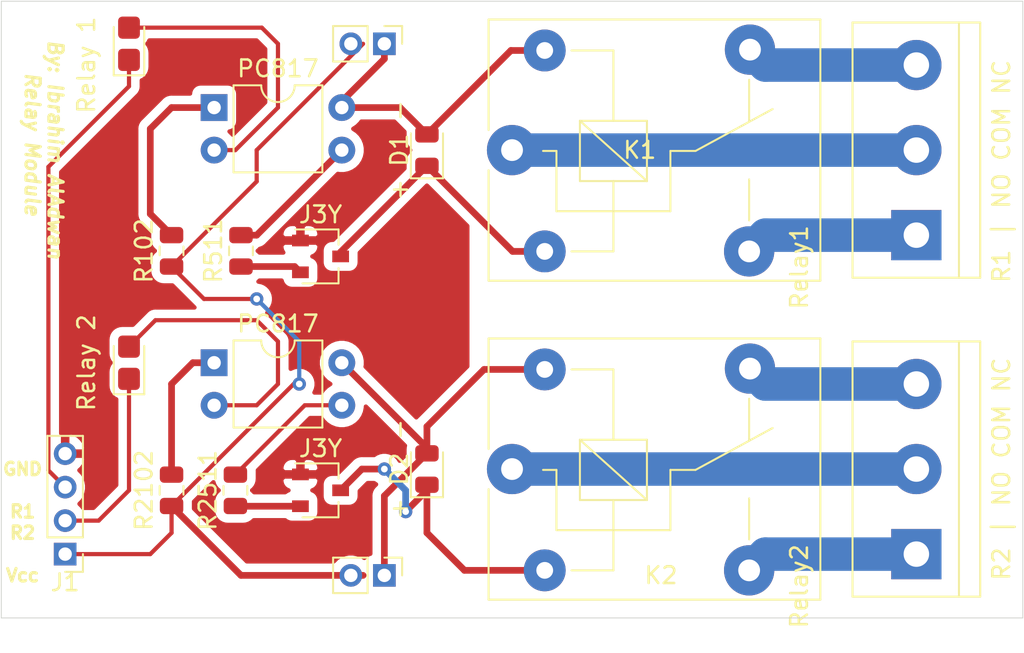
<source format=kicad_pcb>
(kicad_pcb (version 20171130) (host pcbnew "(5.1.6)-1")

  (general
    (thickness 1.6)
    (drawings 16)
    (tracks 88)
    (zones 0)
    (modules 19)
    (nets 23)
  )

  (page A4)
  (title_block
    (title "Relay Module by Ibrahim AlAdwan")
    (date 2021-02-05)
    (rev 1.0)
  )

  (layers
    (0 F.Cu signal)
    (31 B.Cu signal)
    (32 B.Adhes user)
    (33 F.Adhes user)
    (34 B.Paste user)
    (35 F.Paste user)
    (36 B.SilkS user)
    (37 F.SilkS user)
    (38 B.Mask user)
    (39 F.Mask user)
    (40 Dwgs.User user)
    (41 Cmts.User user)
    (42 Eco1.User user)
    (43 Eco2.User user)
    (44 Edge.Cuts user)
    (45 Margin user)
    (46 B.CrtYd user)
    (47 F.CrtYd user)
    (48 B.Fab user)
    (49 F.Fab user)
  )

  (setup
    (last_trace_width 0.25)
    (user_trace_width 0.4)
    (user_trace_width 2)
    (trace_clearance 0.2)
    (zone_clearance 0.508)
    (zone_45_only no)
    (trace_min 0.2)
    (via_size 0.8)
    (via_drill 0.4)
    (via_min_size 0.4)
    (via_min_drill 0.3)
    (uvia_size 0.3)
    (uvia_drill 0.1)
    (uvias_allowed no)
    (uvia_min_size 0.2)
    (uvia_min_drill 0.1)
    (edge_width 0.05)
    (segment_width 0.2)
    (pcb_text_width 0.3)
    (pcb_text_size 1.5 1.5)
    (mod_edge_width 0.12)
    (mod_text_size 1 1)
    (mod_text_width 0.15)
    (pad_size 1.524 1.524)
    (pad_drill 0.762)
    (pad_to_mask_clearance 0.05)
    (aux_axis_origin 0 0)
    (visible_elements 7FFFFFFF)
    (pcbplotparams
      (layerselection 0x010fc_ffffffff)
      (usegerberextensions false)
      (usegerberattributes true)
      (usegerberadvancedattributes true)
      (creategerberjobfile true)
      (excludeedgelayer true)
      (linewidth 0.100000)
      (plotframeref false)
      (viasonmask false)
      (mode 1)
      (useauxorigin false)
      (hpglpennumber 1)
      (hpglpenspeed 20)
      (hpglpendiameter 15.000000)
      (psnegative false)
      (psa4output false)
      (plotreference true)
      (plotvalue true)
      (plotinvisibletext false)
      (padsonsilk false)
      (subtractmaskfromsilk false)
      (outputformat 1)
      (mirror false)
      (drillshape 0)
      (scaleselection 1)
      (outputdirectory "RelayMod_Gerber/"))
  )

  (net 0 "")
  (net 1 "Net-(D1-Pad1)")
  (net 2 "Net-(D1-Pad2)")
  (net 3 "Net-(D2-Pad1)")
  (net 4 "Net-(D2-Pad2)")
  (net 5 "Net-(D3-Pad2)")
  (net 6 "Net-(D3-Pad1)")
  (net 7 "Net-(D4-Pad2)")
  (net 8 "Net-(D4-Pad1)")
  (net 9 "Net-(J1-Pad1)")
  (net 10 GNDREF)
  (net 11 "Net-(R102-Pad2)")
  (net 12 "Net-(R511-Pad2)")
  (net 13 "Net-(K1-Pad4)")
  (net 14 "Net-(K2-Pad4)")
  (net 15 "Net-(J3Y1-Pad2)")
  (net 16 "Net-(J3Y2-Pad2)")
  (net 17 "Net-(K1-Pad1)")
  (net 18 "Net-(K1-Pad3)")
  (net 19 "Net-(K2-Pad3)")
  (net 20 "Net-(K2-Pad1)")
  (net 21 "Net-(PC817-Pad3)")
  (net 22 "Net-(PC817-Pad1)")

  (net_class Default "This is the default net class."
    (clearance 0.2)
    (trace_width 0.25)
    (via_dia 0.8)
    (via_drill 0.4)
    (uvia_dia 0.3)
    (uvia_drill 0.1)
    (add_net GNDREF)
    (add_net "Net-(D1-Pad1)")
    (add_net "Net-(D1-Pad2)")
    (add_net "Net-(D2-Pad1)")
    (add_net "Net-(D2-Pad2)")
    (add_net "Net-(D3-Pad1)")
    (add_net "Net-(D3-Pad2)")
    (add_net "Net-(D4-Pad1)")
    (add_net "Net-(D4-Pad2)")
    (add_net "Net-(J1-Pad1)")
    (add_net "Net-(J3Y1-Pad2)")
    (add_net "Net-(J3Y2-Pad2)")
    (add_net "Net-(K1-Pad1)")
    (add_net "Net-(K1-Pad3)")
    (add_net "Net-(K1-Pad4)")
    (add_net "Net-(K2-Pad1)")
    (add_net "Net-(K2-Pad3)")
    (add_net "Net-(K2-Pad4)")
    (add_net "Net-(PC817-Pad1)")
    (add_net "Net-(PC817-Pad3)")
    (add_net "Net-(R102-Pad2)")
    (add_net "Net-(R511-Pad2)")
  )

  (module Resistor_SMD:R_0805_2012Metric (layer F.Cu) (tedit 5B36C52B) (tstamp 601DDFAB)
    (at 147.32 118.11 90)
    (descr "Resistor SMD 0805 (2012 Metric), square (rectangular) end terminal, IPC_7351 nominal, (Body size source: https://docs.google.com/spreadsheets/d/1BsfQQcO9C6DZCsRaXUlFlo91Tg2WpOkGARC1WS5S8t0/edit?usp=sharing), generated with kicad-footprint-generator")
    (tags resistor)
    (path /601F3E98)
    (attr smd)
    (fp_text reference R2102 (at 0 -1.65 90) (layer F.SilkS)
      (effects (font (size 1 1) (thickness 0.15)))
    )
    (fp_text value "1 k" (at 0 1.65 90) (layer F.Fab)
      (effects (font (size 1 1) (thickness 0.15)))
    )
    (fp_line (start -1 0.6) (end -1 -0.6) (layer F.Fab) (width 0.1))
    (fp_line (start -1 -0.6) (end 1 -0.6) (layer F.Fab) (width 0.1))
    (fp_line (start 1 -0.6) (end 1 0.6) (layer F.Fab) (width 0.1))
    (fp_line (start 1 0.6) (end -1 0.6) (layer F.Fab) (width 0.1))
    (fp_line (start -0.258578 -0.71) (end 0.258578 -0.71) (layer F.SilkS) (width 0.12))
    (fp_line (start -0.258578 0.71) (end 0.258578 0.71) (layer F.SilkS) (width 0.12))
    (fp_line (start -1.68 0.95) (end -1.68 -0.95) (layer F.CrtYd) (width 0.05))
    (fp_line (start -1.68 -0.95) (end 1.68 -0.95) (layer F.CrtYd) (width 0.05))
    (fp_line (start 1.68 -0.95) (end 1.68 0.95) (layer F.CrtYd) (width 0.05))
    (fp_line (start 1.68 0.95) (end -1.68 0.95) (layer F.CrtYd) (width 0.05))
    (fp_text user %R (at 0 0 90) (layer F.Fab)
      (effects (font (size 0.5 0.5) (thickness 0.08)))
    )
    (pad 1 smd roundrect (at -0.9375 0 90) (size 0.975 1.4) (layers F.Cu F.Paste F.Mask) (roundrect_rratio 0.25)
      (net 9 "Net-(J1-Pad1)"))
    (pad 2 smd roundrect (at 0.9375 0 90) (size 0.975 1.4) (layers F.Cu F.Paste F.Mask) (roundrect_rratio 0.25)
      (net 22 "Net-(PC817-Pad1)"))
    (model ${KISYS3DMOD}/Resistor_SMD.3dshapes/R_0805_2012Metric.wrl
      (at (xyz 0 0 0))
      (scale (xyz 1 1 1))
      (rotate (xyz 0 0 0))
    )
  )

  (module Connector_PinHeader_2.00mm:PinHeader_1x04_P2.00mm_Vertical (layer F.Cu) (tedit 59FED667) (tstamp 601DDDFE)
    (at 140.97 121.92 180)
    (descr "Through hole straight pin header, 1x04, 2.00mm pitch, single row")
    (tags "Through hole pin header THT 1x04 2.00mm single row")
    (path /601F00C9)
    (fp_text reference J1 (at 0 -1.695) (layer F.SilkS)
      (effects (font (size 1 1) (thickness 0.15)))
    )
    (fp_text value " " (at 0 5.505) (layer F.Fab)
      (effects (font (size 1 1) (thickness 0.15)))
    )
    (fp_text user %R (at 0 1.905 90) (layer F.Fab)
      (effects (font (size 1 1) (thickness 0.15)))
    )
    (fp_line (start -0.5 -1) (end 1 -1) (layer F.Fab) (width 0.1))
    (fp_line (start 1 -1) (end 1 7) (layer F.Fab) (width 0.1))
    (fp_line (start 1 7) (end -1 7) (layer F.Fab) (width 0.1))
    (fp_line (start -1 7) (end -1 -0.5) (layer F.Fab) (width 0.1))
    (fp_line (start -1 -0.5) (end -0.5 -1) (layer F.Fab) (width 0.1))
    (fp_line (start -1.06 7.06) (end 1.06 7.06) (layer F.SilkS) (width 0.12))
    (fp_line (start -1.06 1) (end -1.06 7.06) (layer F.SilkS) (width 0.12))
    (fp_line (start 1.06 1) (end 1.06 7.06) (layer F.SilkS) (width 0.12))
    (fp_line (start -1.06 1) (end 1.06 1) (layer F.SilkS) (width 0.12))
    (fp_line (start -1.06 0) (end -1.06 -1.06) (layer F.SilkS) (width 0.12))
    (fp_line (start -1.06 -1.06) (end 0 -1.06) (layer F.SilkS) (width 0.12))
    (fp_line (start -1.5 -1.5) (end -1.5 7.5) (layer F.CrtYd) (width 0.05))
    (fp_line (start -1.5 7.5) (end 1.5 7.5) (layer F.CrtYd) (width 0.05))
    (fp_line (start 1.5 7.5) (end 1.5 -1.5) (layer F.CrtYd) (width 0.05))
    (fp_line (start 1.5 -1.5) (end -1.5 -1.5) (layer F.CrtYd) (width 0.05))
    (pad 4 thru_hole oval (at 0 6 180) (size 1.35 1.35) (drill 0.8) (layers *.Cu *.Mask)
      (net 10 GNDREF))
    (pad 3 thru_hole oval (at 0 4 180) (size 1.35 1.35) (drill 0.8) (layers *.Cu *.Mask)
      (net 3 "Net-(D2-Pad1)"))
    (pad 2 thru_hole oval (at 0 2 180) (size 1.35 1.35) (drill 0.8) (layers *.Cu *.Mask)
      (net 6 "Net-(D3-Pad1)"))
    (pad 1 thru_hole rect (at 0 0 180) (size 1.35 1.35) (drill 0.8) (layers *.Cu *.Mask)
      (net 9 "Net-(J1-Pad1)"))
    (model ${KISYS3DMOD}/Connector_PinHeader_2.00mm.3dshapes/PinHeader_1x04_P2.00mm_Vertical.wrl
      (at (xyz 0 0 0))
      (scale (xyz 1 1 1))
      (rotate (xyz 0 0 0))
    )
  )

  (module Connector_PinHeader_2.00mm:PinHeader_1x02_P2.00mm_Vertical (layer F.Cu) (tedit 59FED667) (tstamp 601DDE16)
    (at 160.02 123.19 270)
    (descr "Through hole straight pin header, 1x02, 2.00mm pitch, single row")
    (tags "Through hole pin header THT 1x02 2.00mm single row")
    (path /601F053D)
    (fp_text reference J2 (at 0 -1.695 90) (layer F.SilkS) hide
      (effects (font (size 1 1) (thickness 0.15)))
    )
    (fp_text value Conn_01x02 (at 0 2.965 90) (layer F.Fab)
      (effects (font (size 1 1) (thickness 0.15)))
    )
    (fp_text user %R (at 0 0.635) (layer F.Fab)
      (effects (font (size 1 1) (thickness 0.15)))
    )
    (fp_line (start -0.5 -1) (end 1 -1) (layer F.Fab) (width 0.1))
    (fp_line (start 1 -1) (end 1 3) (layer F.Fab) (width 0.1))
    (fp_line (start 1 3) (end -1 3) (layer F.Fab) (width 0.1))
    (fp_line (start -1 3) (end -1 -0.5) (layer F.Fab) (width 0.1))
    (fp_line (start -1 -0.5) (end -0.5 -1) (layer F.Fab) (width 0.1))
    (fp_line (start -1.06 3.06) (end 1.06 3.06) (layer F.SilkS) (width 0.12))
    (fp_line (start -1.06 1) (end -1.06 3.06) (layer F.SilkS) (width 0.12))
    (fp_line (start 1.06 1) (end 1.06 3.06) (layer F.SilkS) (width 0.12))
    (fp_line (start -1.06 1) (end 1.06 1) (layer F.SilkS) (width 0.12))
    (fp_line (start -1.06 0) (end -1.06 -1.06) (layer F.SilkS) (width 0.12))
    (fp_line (start -1.06 -1.06) (end 0 -1.06) (layer F.SilkS) (width 0.12))
    (fp_line (start -1.5 -1.5) (end -1.5 3.5) (layer F.CrtYd) (width 0.05))
    (fp_line (start -1.5 3.5) (end 1.5 3.5) (layer F.CrtYd) (width 0.05))
    (fp_line (start 1.5 3.5) (end 1.5 -1.5) (layer F.CrtYd) (width 0.05))
    (fp_line (start 1.5 -1.5) (end -1.5 -1.5) (layer F.CrtYd) (width 0.05))
    (pad 2 thru_hole oval (at 0 2 270) (size 1.35 1.35) (drill 0.8) (layers *.Cu *.Mask)
      (net 9 "Net-(J1-Pad1)"))
    (pad 1 thru_hole rect (at 0 0 270) (size 1.35 1.35) (drill 0.8) (layers *.Cu *.Mask)
      (net 7 "Net-(D4-Pad2)"))
    (model ${KISYS3DMOD}/Connector_PinHeader_2.00mm.3dshapes/PinHeader_1x02_P2.00mm_Vertical.wrl
      (at (xyz 0 0 0))
      (scale (xyz 1 1 1))
      (rotate (xyz 0 0 0))
    )
  )

  (module Connector_PinHeader_2.00mm:PinHeader_1x02_P2.00mm_Vertical (layer F.Cu) (tedit 59FED667) (tstamp 601DDEFC)
    (at 160.02 91.44 270)
    (descr "Through hole straight pin header, 1x02, 2.00mm pitch, single row")
    (tags "Through hole pin header THT 1x02 2.00mm single row")
    (path /60201842)
    (fp_text reference Jumper1 (at 0 -1.695 90) (layer F.SilkS) hide
      (effects (font (size 1 1) (thickness 0.15)))
    )
    (fp_text value " " (at 0 2.965 90) (layer F.Fab)
      (effects (font (size 1 1) (thickness 0.15)))
    )
    (fp_text user %R (at 0 0.635) (layer F.Fab)
      (effects (font (size 1 1) (thickness 0.15)))
    )
    (fp_line (start -0.5 -1) (end 1 -1) (layer F.Fab) (width 0.1))
    (fp_line (start 1 -1) (end 1 3) (layer F.Fab) (width 0.1))
    (fp_line (start 1 3) (end -1 3) (layer F.Fab) (width 0.1))
    (fp_line (start -1 3) (end -1 -0.5) (layer F.Fab) (width 0.1))
    (fp_line (start -1 -0.5) (end -0.5 -1) (layer F.Fab) (width 0.1))
    (fp_line (start -1.06 3.06) (end 1.06 3.06) (layer F.SilkS) (width 0.12))
    (fp_line (start -1.06 1) (end -1.06 3.06) (layer F.SilkS) (width 0.12))
    (fp_line (start 1.06 1) (end 1.06 3.06) (layer F.SilkS) (width 0.12))
    (fp_line (start -1.06 1) (end 1.06 1) (layer F.SilkS) (width 0.12))
    (fp_line (start -1.06 0) (end -1.06 -1.06) (layer F.SilkS) (width 0.12))
    (fp_line (start -1.06 -1.06) (end 0 -1.06) (layer F.SilkS) (width 0.12))
    (fp_line (start -1.5 -1.5) (end -1.5 3.5) (layer F.CrtYd) (width 0.05))
    (fp_line (start -1.5 3.5) (end 1.5 3.5) (layer F.CrtYd) (width 0.05))
    (fp_line (start 1.5 3.5) (end 1.5 -1.5) (layer F.CrtYd) (width 0.05))
    (fp_line (start 1.5 -1.5) (end -1.5 -1.5) (layer F.CrtYd) (width 0.05))
    (pad 2 thru_hole oval (at 0 2 270) (size 1.35 1.35) (drill 0.8) (layers *.Cu *.Mask)
      (net 9 "Net-(J1-Pad1)"))
    (pad 1 thru_hole rect (at 0 0 270) (size 1.35 1.35) (drill 0.8) (layers *.Cu *.Mask)
      (net 2 "Net-(D1-Pad2)"))
    (model ${KISYS3DMOD}/Connector_PinHeader_2.00mm.3dshapes/PinHeader_1x02_P2.00mm_Vertical.wrl
      (at (xyz 0 0 0))
      (scale (xyz 1 1 1))
      (rotate (xyz 0 0 0))
    )
  )

  (module TerminalBlock:TerminalBlock_bornier-3_P5.08mm (layer F.Cu) (tedit 59FF03B9) (tstamp 601DDEE4)
    (at 191.77 102.87 90)
    (descr "simple 3-pin terminal block, pitch 5.08mm, revamped version of bornier3")
    (tags "terminal block bornier3")
    (path /60202743)
    (fp_text reference Relay1 (at -1.92 -6.99 90) (layer F.SilkS)
      (effects (font (size 1 1) (thickness 0.15)))
    )
    (fp_text value "R1 | NO COM NC" (at 3.81 5.08 90) (layer F.SilkS)
      (effects (font (size 1 1) (thickness 0.15)))
    )
    (fp_line (start 12.88 4) (end -2.72 4) (layer F.CrtYd) (width 0.05))
    (fp_line (start 12.88 4) (end 12.88 -4) (layer F.CrtYd) (width 0.05))
    (fp_line (start -2.72 -4) (end -2.72 4) (layer F.CrtYd) (width 0.05))
    (fp_line (start -2.72 -4) (end 12.88 -4) (layer F.CrtYd) (width 0.05))
    (fp_line (start -2.54 3.81) (end 12.7 3.81) (layer F.SilkS) (width 0.12))
    (fp_line (start -2.54 -3.81) (end 12.7 -3.81) (layer F.SilkS) (width 0.12))
    (fp_line (start -2.54 2.54) (end 12.7 2.54) (layer F.SilkS) (width 0.12))
    (fp_line (start 12.7 3.81) (end 12.7 -3.81) (layer F.SilkS) (width 0.12))
    (fp_line (start -2.54 3.81) (end -2.54 -3.81) (layer F.SilkS) (width 0.12))
    (fp_line (start -2.47 3.75) (end -2.47 -3.75) (layer F.Fab) (width 0.1))
    (fp_line (start 12.63 3.75) (end -2.47 3.75) (layer F.Fab) (width 0.1))
    (fp_line (start 12.63 -3.75) (end 12.63 3.75) (layer F.Fab) (width 0.1))
    (fp_line (start -2.47 -3.75) (end 12.63 -3.75) (layer F.Fab) (width 0.1))
    (fp_line (start -2.47 2.55) (end 12.63 2.55) (layer F.Fab) (width 0.1))
    (fp_text user %R (at 2.5 -2 90) (layer F.Fab)
      (effects (font (size 1 1) (thickness 0.15)))
    )
    (pad 3 thru_hole circle (at 10.16 0 90) (size 3 3) (drill 1.52) (layers *.Cu *.Mask)
      (net 13 "Net-(K1-Pad4)"))
    (pad 2 thru_hole circle (at 5.08 0 90) (size 3 3) (drill 1.52) (layers *.Cu *.Mask)
      (net 17 "Net-(K1-Pad1)"))
    (pad 1 thru_hole rect (at 0 0 90) (size 3 3) (drill 1.52) (layers *.Cu *.Mask)
      (net 18 "Net-(K1-Pad3)"))
    (model ${KISYS3DMOD}/TerminalBlock.3dshapes/TerminalBlock_bornier-3_P5.08mm.wrl
      (offset (xyz 5.079999923706055 0 0))
      (scale (xyz 1 1 1))
      (rotate (xyz 0 0 0))
    )
  )

  (module TerminalBlock:TerminalBlock_bornier-3_P5.08mm (layer F.Cu) (tedit 59FF03B9) (tstamp 601DDE7D)
    (at 191.77 121.92 90)
    (descr "simple 3-pin terminal block, pitch 5.08mm, revamped version of bornier3")
    (tags "terminal block bornier3")
    (path /60202E8E)
    (fp_text reference Relay2 (at -1.92 -6.99 90) (layer F.SilkS)
      (effects (font (size 1 1) (thickness 0.15)))
    )
    (fp_text value "R2 | NO COM NC" (at 5.08 5.08 90) (layer F.SilkS)
      (effects (font (size 1 1) (thickness 0.15)))
    )
    (fp_line (start 12.88 4) (end -2.72 4) (layer F.CrtYd) (width 0.05))
    (fp_line (start 12.88 4) (end 12.88 -4) (layer F.CrtYd) (width 0.05))
    (fp_line (start -2.72 -4) (end -2.72 4) (layer F.CrtYd) (width 0.05))
    (fp_line (start -2.72 -4) (end 12.88 -4) (layer F.CrtYd) (width 0.05))
    (fp_line (start -2.54 3.81) (end 12.7 3.81) (layer F.SilkS) (width 0.12))
    (fp_line (start -2.54 -3.81) (end 12.7 -3.81) (layer F.SilkS) (width 0.12))
    (fp_line (start -2.54 2.54) (end 12.7 2.54) (layer F.SilkS) (width 0.12))
    (fp_line (start 12.7 3.81) (end 12.7 -3.81) (layer F.SilkS) (width 0.12))
    (fp_line (start -2.54 3.81) (end -2.54 -3.81) (layer F.SilkS) (width 0.12))
    (fp_line (start -2.47 3.75) (end -2.47 -3.75) (layer F.Fab) (width 0.1))
    (fp_line (start 12.63 3.75) (end -2.47 3.75) (layer F.Fab) (width 0.1))
    (fp_line (start 12.63 -3.75) (end 12.63 3.75) (layer F.Fab) (width 0.1))
    (fp_line (start -2.47 -3.75) (end 12.63 -3.75) (layer F.Fab) (width 0.1))
    (fp_line (start -2.47 2.55) (end 12.63 2.55) (layer F.Fab) (width 0.1))
    (fp_text user %R (at 2.5 -2 90) (layer F.Fab)
      (effects (font (size 1 1) (thickness 0.15)))
    )
    (pad 3 thru_hole circle (at 10.16 0 90) (size 3 3) (drill 1.52) (layers *.Cu *.Mask)
      (net 14 "Net-(K2-Pad4)"))
    (pad 2 thru_hole circle (at 5.08 0 90) (size 3 3) (drill 1.52) (layers *.Cu *.Mask)
      (net 20 "Net-(K2-Pad1)"))
    (pad 1 thru_hole rect (at 0 0 90) (size 3 3) (drill 1.52) (layers *.Cu *.Mask)
      (net 19 "Net-(K2-Pad3)"))
    (model ${KISYS3DMOD}/TerminalBlock.3dshapes/TerminalBlock_bornier-3_P5.08mm.wrl
      (offset (xyz 5.079999923706055 0 0))
      (scale (xyz 1 1 1))
      (rotate (xyz 0 0 0))
    )
  )

  (module Diode_SMD:D_0805_2012Metric (layer F.Cu) (tedit 5B36C52B) (tstamp 601DDDAB)
    (at 162.56 97.79 90)
    (descr "Diode SMD 0805 (2012 Metric), square (rectangular) end terminal, IPC_7351 nominal, (Body size source: https://docs.google.com/spreadsheets/d/1BsfQQcO9C6DZCsRaXUlFlo91Tg2WpOkGARC1WS5S8t0/edit?usp=sharing), generated with kicad-footprint-generator")
    (tags diode)
    (path /60201856)
    (attr smd)
    (fp_text reference "+ D1 -" (at 0 -1.65 90) (layer F.SilkS)
      (effects (font (size 1 1) (thickness 0.15)))
    )
    (fp_text value D1 (at 0 1.65 90) (layer F.Fab)
      (effects (font (size 1 1) (thickness 0.15)))
    )
    (fp_line (start 1 -0.6) (end -0.7 -0.6) (layer F.Fab) (width 0.1))
    (fp_line (start -0.7 -0.6) (end -1 -0.3) (layer F.Fab) (width 0.1))
    (fp_line (start -1 -0.3) (end -1 0.6) (layer F.Fab) (width 0.1))
    (fp_line (start -1 0.6) (end 1 0.6) (layer F.Fab) (width 0.1))
    (fp_line (start 1 0.6) (end 1 -0.6) (layer F.Fab) (width 0.1))
    (fp_line (start 1 -0.96) (end -1.685 -0.96) (layer F.SilkS) (width 0.12))
    (fp_line (start -1.685 -0.96) (end -1.685 0.96) (layer F.SilkS) (width 0.12))
    (fp_line (start -1.685 0.96) (end 1 0.96) (layer F.SilkS) (width 0.12))
    (fp_line (start -1.68 0.95) (end -1.68 -0.95) (layer F.CrtYd) (width 0.05))
    (fp_line (start -1.68 -0.95) (end 1.68 -0.95) (layer F.CrtYd) (width 0.05))
    (fp_line (start 1.68 -0.95) (end 1.68 0.95) (layer F.CrtYd) (width 0.05))
    (fp_line (start 1.68 0.95) (end -1.68 0.95) (layer F.CrtYd) (width 0.05))
    (fp_text user %R (at 0 0 90) (layer F.Fab)
      (effects (font (size 0.5 0.5) (thickness 0.08)))
    )
    (pad 1 smd roundrect (at -0.9375 0 90) (size 0.975 1.4) (layers F.Cu F.Paste F.Mask) (roundrect_rratio 0.25)
      (net 1 "Net-(D1-Pad1)"))
    (pad 2 smd roundrect (at 0.9375 0 90) (size 0.975 1.4) (layers F.Cu F.Paste F.Mask) (roundrect_rratio 0.25)
      (net 2 "Net-(D1-Pad2)"))
    (model ${KISYS3DMOD}/Diode_SMD.3dshapes/D_0805_2012Metric.wrl
      (at (xyz 0 0 0))
      (scale (xyz 1 1 1))
      (rotate (xyz 0 0 0))
    )
  )

  (module LED_SMD:LED_0805_2012Metric_Castellated (layer F.Cu) (tedit 5B36C52C) (tstamp 601DDDBE)
    (at 144.78 91.44 90)
    (descr "LED SMD 0805 (2012 Metric), castellated end terminal, IPC_7351 nominal, (Body size source: https://docs.google.com/spreadsheets/d/1BsfQQcO9C6DZCsRaXUlFlo91Tg2WpOkGARC1WS5S8t0/edit?usp=sharing), generated with kicad-footprint-generator")
    (tags "LED castellated")
    (path /6020185C)
    (attr smd)
    (fp_text reference "Relay 1" (at -1.27 -2.54 90) (layer F.SilkS)
      (effects (font (size 1 1) (thickness 0.15)))
    )
    (fp_text value LED (at 0 1.6 90) (layer F.Fab)
      (effects (font (size 1 1) (thickness 0.15)))
    )
    (fp_line (start 1 -0.6) (end -0.7 -0.6) (layer F.Fab) (width 0.1))
    (fp_line (start -0.7 -0.6) (end -1 -0.3) (layer F.Fab) (width 0.1))
    (fp_line (start -1 -0.3) (end -1 0.6) (layer F.Fab) (width 0.1))
    (fp_line (start -1 0.6) (end 1 0.6) (layer F.Fab) (width 0.1))
    (fp_line (start 1 0.6) (end 1 -0.6) (layer F.Fab) (width 0.1))
    (fp_line (start 1 -0.91) (end -1.885 -0.91) (layer F.SilkS) (width 0.12))
    (fp_line (start -1.885 -0.91) (end -1.885 0.91) (layer F.SilkS) (width 0.12))
    (fp_line (start -1.885 0.91) (end 1 0.91) (layer F.SilkS) (width 0.12))
    (fp_line (start -1.88 0.9) (end -1.88 -0.9) (layer F.CrtYd) (width 0.05))
    (fp_line (start -1.88 -0.9) (end 1.88 -0.9) (layer F.CrtYd) (width 0.05))
    (fp_line (start 1.88 -0.9) (end 1.88 0.9) (layer F.CrtYd) (width 0.05))
    (fp_line (start 1.88 0.9) (end -1.88 0.9) (layer F.CrtYd) (width 0.05))
    (fp_text user %R (at 0 0 90) (layer F.Fab)
      (effects (font (size 0.5 0.5) (thickness 0.08)))
    )
    (pad 1 smd roundrect (at -0.9625 0 90) (size 1.325 1.3) (layers F.Cu F.Paste F.Mask) (roundrect_rratio 0.192308)
      (net 3 "Net-(D2-Pad1)"))
    (pad 2 smd roundrect (at 0.9625 0 90) (size 1.325 1.3) (layers F.Cu F.Paste F.Mask) (roundrect_rratio 0.192308)
      (net 4 "Net-(D2-Pad2)"))
    (model ${KISYS3DMOD}/LED_SMD.3dshapes/LED_0805_2012Metric_Castellated.wrl
      (at (xyz 0 0 0))
      (scale (xyz 1 1 1))
      (rotate (xyz 0 0 0))
    )
  )

  (module LED_SMD:LED_0805_2012Metric_Castellated (layer F.Cu) (tedit 5B36C52C) (tstamp 601DDDD1)
    (at 144.78 110.49 90)
    (descr "LED SMD 0805 (2012 Metric), castellated end terminal, IPC_7351 nominal, (Body size source: https://docs.google.com/spreadsheets/d/1BsfQQcO9C6DZCsRaXUlFlo91Tg2WpOkGARC1WS5S8t0/edit?usp=sharing), generated with kicad-footprint-generator")
    (tags "LED castellated")
    (path /601F3394)
    (attr smd)
    (fp_text reference "Relay 2" (at 0 -2.54 90) (layer F.SilkS)
      (effects (font (size 1 1) (thickness 0.15)))
    )
    (fp_text value LED (at 0 1.6 90) (layer F.Fab)
      (effects (font (size 1 1) (thickness 0.15)))
    )
    (fp_line (start 1.88 0.9) (end -1.88 0.9) (layer F.CrtYd) (width 0.05))
    (fp_line (start 1.88 -0.9) (end 1.88 0.9) (layer F.CrtYd) (width 0.05))
    (fp_line (start -1.88 -0.9) (end 1.88 -0.9) (layer F.CrtYd) (width 0.05))
    (fp_line (start -1.88 0.9) (end -1.88 -0.9) (layer F.CrtYd) (width 0.05))
    (fp_line (start -1.885 0.91) (end 1 0.91) (layer F.SilkS) (width 0.12))
    (fp_line (start -1.885 -0.91) (end -1.885 0.91) (layer F.SilkS) (width 0.12))
    (fp_line (start 1 -0.91) (end -1.885 -0.91) (layer F.SilkS) (width 0.12))
    (fp_line (start 1 0.6) (end 1 -0.6) (layer F.Fab) (width 0.1))
    (fp_line (start -1 0.6) (end 1 0.6) (layer F.Fab) (width 0.1))
    (fp_line (start -1 -0.3) (end -1 0.6) (layer F.Fab) (width 0.1))
    (fp_line (start -0.7 -0.6) (end -1 -0.3) (layer F.Fab) (width 0.1))
    (fp_line (start 1 -0.6) (end -0.7 -0.6) (layer F.Fab) (width 0.1))
    (fp_text user %R (at 0 0 90) (layer F.Fab)
      (effects (font (size 0.5 0.5) (thickness 0.08)))
    )
    (pad 2 smd roundrect (at 0.9625 0 90) (size 1.325 1.3) (layers F.Cu F.Paste F.Mask) (roundrect_rratio 0.192308)
      (net 5 "Net-(D3-Pad2)"))
    (pad 1 smd roundrect (at -0.9625 0 90) (size 1.325 1.3) (layers F.Cu F.Paste F.Mask) (roundrect_rratio 0.192308)
      (net 6 "Net-(D3-Pad1)"))
    (model ${KISYS3DMOD}/LED_SMD.3dshapes/LED_0805_2012Metric_Castellated.wrl
      (at (xyz 0 0 0))
      (scale (xyz 1 1 1))
      (rotate (xyz 0 0 0))
    )
  )

  (module Diode_SMD:D_0805_2012Metric (layer F.Cu) (tedit 5B36C52B) (tstamp 601DDDE4)
    (at 162.56 116.84 90)
    (descr "Diode SMD 0805 (2012 Metric), square (rectangular) end terminal, IPC_7351 nominal, (Body size source: https://docs.google.com/spreadsheets/d/1BsfQQcO9C6DZCsRaXUlFlo91Tg2WpOkGARC1WS5S8t0/edit?usp=sharing), generated with kicad-footprint-generator")
    (tags diode)
    (path /601F2A88)
    (attr smd)
    (fp_text reference "+ D2 -" (at 0 -1.65 90) (layer F.SilkS)
      (effects (font (size 1 1) (thickness 0.15)))
    )
    (fp_text value DIODE (at 0 1.65 90) (layer F.Fab)
      (effects (font (size 1 1) (thickness 0.15)))
    )
    (fp_line (start 1.68 0.95) (end -1.68 0.95) (layer F.CrtYd) (width 0.05))
    (fp_line (start 1.68 -0.95) (end 1.68 0.95) (layer F.CrtYd) (width 0.05))
    (fp_line (start -1.68 -0.95) (end 1.68 -0.95) (layer F.CrtYd) (width 0.05))
    (fp_line (start -1.68 0.95) (end -1.68 -0.95) (layer F.CrtYd) (width 0.05))
    (fp_line (start -1.685 0.96) (end 1 0.96) (layer F.SilkS) (width 0.12))
    (fp_line (start -1.685 -0.96) (end -1.685 0.96) (layer F.SilkS) (width 0.12))
    (fp_line (start 1 -0.96) (end -1.685 -0.96) (layer F.SilkS) (width 0.12))
    (fp_line (start 1 0.6) (end 1 -0.6) (layer F.Fab) (width 0.1))
    (fp_line (start -1 0.6) (end 1 0.6) (layer F.Fab) (width 0.1))
    (fp_line (start -1 -0.3) (end -1 0.6) (layer F.Fab) (width 0.1))
    (fp_line (start -0.7 -0.6) (end -1 -0.3) (layer F.Fab) (width 0.1))
    (fp_line (start 1 -0.6) (end -0.7 -0.6) (layer F.Fab) (width 0.1))
    (fp_text user %R (at 0 0 90) (layer F.Fab)
      (effects (font (size 0.5 0.5) (thickness 0.08)))
    )
    (pad 2 smd roundrect (at 0.9375 0 90) (size 0.975 1.4) (layers F.Cu F.Paste F.Mask) (roundrect_rratio 0.25)
      (net 7 "Net-(D4-Pad2)"))
    (pad 1 smd roundrect (at -0.9375 0 90) (size 0.975 1.4) (layers F.Cu F.Paste F.Mask) (roundrect_rratio 0.25)
      (net 8 "Net-(D4-Pad1)"))
    (model ${KISYS3DMOD}/Diode_SMD.3dshapes/D_0805_2012Metric.wrl
      (at (xyz 0 0 0))
      (scale (xyz 1 1 1))
      (rotate (xyz 0 0 0))
    )
  )

  (module Relay_THT:Relay_SPDT_SANYOU_SRD_Series_Form_C (layer F.Cu) (tedit 58FA3148) (tstamp 601DDF25)
    (at 167.64 97.79)
    (descr "relay Sanyou SRD series Form C http://www.sanyourelay.ca/public/products/pdf/SRD.pdf")
    (tags "relay Sanyu SRD form C")
    (path /60219AB2)
    (fp_text reference K1 (at 7.62 0) (layer F.SilkS)
      (effects (font (size 1 1) (thickness 0.15)))
    )
    (fp_text value " " (at 8 -9.6) (layer F.Fab) hide
      (effects (font (size 1 1) (thickness 0.15)))
    )
    (fp_line (start 8.05 1.85) (end 4.05 1.85) (layer F.SilkS) (width 0.12))
    (fp_line (start 8.05 -1.75) (end 8.05 1.85) (layer F.SilkS) (width 0.12))
    (fp_line (start 4.05 -1.75) (end 8.05 -1.75) (layer F.SilkS) (width 0.12))
    (fp_line (start 4.05 1.85) (end 4.05 -1.75) (layer F.SilkS) (width 0.12))
    (fp_line (start 8.05 1.85) (end 4.05 -1.75) (layer F.SilkS) (width 0.12))
    (fp_line (start 6.05 1.85) (end 6.05 6.05) (layer F.SilkS) (width 0.12))
    (fp_line (start 6.05 -5.95) (end 6.05 -1.75) (layer F.SilkS) (width 0.12))
    (fp_line (start 2.65 0.05) (end 2.65 3.65) (layer F.SilkS) (width 0.12))
    (fp_line (start 9.45 0.05) (end 9.45 3.65) (layer F.SilkS) (width 0.12))
    (fp_line (start 9.45 3.65) (end 2.65 3.65) (layer F.SilkS) (width 0.12))
    (fp_line (start 10.95 0.05) (end 15.55 -2.45) (layer F.SilkS) (width 0.12))
    (fp_line (start 9.45 0.05) (end 10.95 0.05) (layer F.SilkS) (width 0.12))
    (fp_line (start 6.05 -5.95) (end 3.55 -5.95) (layer F.SilkS) (width 0.12))
    (fp_line (start 2.65 0.05) (end 1.85 0.05) (layer F.SilkS) (width 0.12))
    (fp_line (start 3.55 6.05) (end 6.05 6.05) (layer F.SilkS) (width 0.12))
    (fp_line (start 14.15 -4.2) (end 14.15 -1.7) (layer F.SilkS) (width 0.12))
    (fp_line (start 14.15 4.2) (end 14.15 1.75) (layer F.SilkS) (width 0.12))
    (fp_line (start -1.55 7.95) (end 18.55 7.95) (layer F.CrtYd) (width 0.05))
    (fp_line (start 18.55 -7.95) (end 18.55 7.95) (layer F.CrtYd) (width 0.05))
    (fp_line (start -1.55 7.95) (end -1.55 -7.95) (layer F.CrtYd) (width 0.05))
    (fp_line (start 18.55 -7.95) (end -1.55 -7.95) (layer F.CrtYd) (width 0.05))
    (fp_line (start -1.3 7.7) (end -1.3 -7.7) (layer F.Fab) (width 0.12))
    (fp_line (start 18.3 7.7) (end -1.3 7.7) (layer F.Fab) (width 0.12))
    (fp_line (start 18.3 -7.7) (end 18.3 7.7) (layer F.Fab) (width 0.12))
    (fp_line (start -1.3 -7.7) (end 18.3 -7.7) (layer F.Fab) (width 0.12))
    (fp_line (start 18.4 7.8) (end -1.4 7.8) (layer F.SilkS) (width 0.12))
    (fp_line (start 18.4 -7.8) (end 18.4 7.8) (layer F.SilkS) (width 0.12))
    (fp_line (start -1.4 -7.8) (end 18.4 -7.8) (layer F.SilkS) (width 0.12))
    (fp_line (start -1.4 -7.8) (end -1.4 -1.2) (layer F.SilkS) (width 0.12))
    (fp_line (start -1.4 1.2) (end -1.4 7.8) (layer F.SilkS) (width 0.12))
    (fp_text user %R (at 7.1 0.025) (layer F.Fab)
      (effects (font (size 1 1) (thickness 0.15)))
    )
    (fp_text user 1 (at 0 -2.3) (layer F.Fab)
      (effects (font (size 1 1) (thickness 0.15)))
    )
    (pad 1 thru_hole circle (at 0 0 90) (size 3 3) (drill 1.3) (layers *.Cu *.Mask)
      (net 17 "Net-(K1-Pad1)"))
    (pad 5 thru_hole circle (at 1.95 -5.95 90) (size 2.5 2.5) (drill 1) (layers *.Cu *.Mask)
      (net 2 "Net-(D1-Pad2)"))
    (pad 4 thru_hole circle (at 14.2 -6 90) (size 3 3) (drill 1.3) (layers *.Cu *.Mask)
      (net 13 "Net-(K1-Pad4)"))
    (pad 3 thru_hole circle (at 14.15 6.05 90) (size 3 3) (drill 1.3) (layers *.Cu *.Mask)
      (net 18 "Net-(K1-Pad3)"))
    (pad 2 thru_hole circle (at 1.95 6.05 90) (size 2.5 2.5) (drill 1) (layers *.Cu *.Mask)
      (net 1 "Net-(D1-Pad1)"))
    (model ${KISYS3DMOD}/Relay_THT.3dshapes/Relay_SPDT_SANYOU_SRD_Series_Form_C.wrl
      (at (xyz 0 0 0))
      (scale (xyz 1 1 1))
      (rotate (xyz 0 0 0))
    )
  )

  (module Relay_THT:Relay_SPDT_SANYOU_SRD_Series_Form_C (layer F.Cu) (tedit 58FA3148) (tstamp 601DDF4E)
    (at 167.64 116.84)
    (descr "relay Sanyou SRD series Form C http://www.sanyourelay.ca/public/products/pdf/SRD.pdf")
    (tags "relay Sanyu SRD form C")
    (path /60221088)
    (fp_text reference K2 (at 8.89 6.35) (layer F.SilkS)
      (effects (font (size 1 1) (thickness 0.15)))
    )
    (fp_text value " " (at 7.62 -5.08) (layer F.Fab)
      (effects (font (size 1 1) (thickness 0.15)))
    )
    (fp_line (start -1.4 1.2) (end -1.4 7.8) (layer F.SilkS) (width 0.12))
    (fp_line (start -1.4 -7.8) (end -1.4 -1.2) (layer F.SilkS) (width 0.12))
    (fp_line (start -1.4 -7.8) (end 18.4 -7.8) (layer F.SilkS) (width 0.12))
    (fp_line (start 18.4 -7.8) (end 18.4 7.8) (layer F.SilkS) (width 0.12))
    (fp_line (start 18.4 7.8) (end -1.4 7.8) (layer F.SilkS) (width 0.12))
    (fp_line (start -1.3 -7.7) (end 18.3 -7.7) (layer F.Fab) (width 0.12))
    (fp_line (start 18.3 -7.7) (end 18.3 7.7) (layer F.Fab) (width 0.12))
    (fp_line (start 18.3 7.7) (end -1.3 7.7) (layer F.Fab) (width 0.12))
    (fp_line (start -1.3 7.7) (end -1.3 -7.7) (layer F.Fab) (width 0.12))
    (fp_line (start 18.55 -7.95) (end -1.55 -7.95) (layer F.CrtYd) (width 0.05))
    (fp_line (start -1.55 7.95) (end -1.55 -7.95) (layer F.CrtYd) (width 0.05))
    (fp_line (start 18.55 -7.95) (end 18.55 7.95) (layer F.CrtYd) (width 0.05))
    (fp_line (start -1.55 7.95) (end 18.55 7.95) (layer F.CrtYd) (width 0.05))
    (fp_line (start 14.15 4.2) (end 14.15 1.75) (layer F.SilkS) (width 0.12))
    (fp_line (start 14.15 -4.2) (end 14.15 -1.7) (layer F.SilkS) (width 0.12))
    (fp_line (start 3.55 6.05) (end 6.05 6.05) (layer F.SilkS) (width 0.12))
    (fp_line (start 2.65 0.05) (end 1.85 0.05) (layer F.SilkS) (width 0.12))
    (fp_line (start 6.05 -5.95) (end 3.55 -5.95) (layer F.SilkS) (width 0.12))
    (fp_line (start 9.45 0.05) (end 10.95 0.05) (layer F.SilkS) (width 0.12))
    (fp_line (start 10.95 0.05) (end 15.55 -2.45) (layer F.SilkS) (width 0.12))
    (fp_line (start 9.45 3.65) (end 2.65 3.65) (layer F.SilkS) (width 0.12))
    (fp_line (start 9.45 0.05) (end 9.45 3.65) (layer F.SilkS) (width 0.12))
    (fp_line (start 2.65 0.05) (end 2.65 3.65) (layer F.SilkS) (width 0.12))
    (fp_line (start 6.05 -5.95) (end 6.05 -1.75) (layer F.SilkS) (width 0.12))
    (fp_line (start 6.05 1.85) (end 6.05 6.05) (layer F.SilkS) (width 0.12))
    (fp_line (start 8.05 1.85) (end 4.05 -1.75) (layer F.SilkS) (width 0.12))
    (fp_line (start 4.05 1.85) (end 4.05 -1.75) (layer F.SilkS) (width 0.12))
    (fp_line (start 4.05 -1.75) (end 8.05 -1.75) (layer F.SilkS) (width 0.12))
    (fp_line (start 8.05 -1.75) (end 8.05 1.85) (layer F.SilkS) (width 0.12))
    (fp_line (start 8.05 1.85) (end 4.05 1.85) (layer F.SilkS) (width 0.12))
    (fp_text user 1 (at 0 -2.3) (layer F.Fab)
      (effects (font (size 1 1) (thickness 0.15)))
    )
    (fp_text user %R (at 7.1 0.025) (layer F.Fab)
      (effects (font (size 1 1) (thickness 0.15)))
    )
    (pad 2 thru_hole circle (at 1.95 6.05 90) (size 2.5 2.5) (drill 1) (layers *.Cu *.Mask)
      (net 8 "Net-(D4-Pad1)"))
    (pad 3 thru_hole circle (at 14.15 6.05 90) (size 3 3) (drill 1.3) (layers *.Cu *.Mask)
      (net 19 "Net-(K2-Pad3)"))
    (pad 4 thru_hole circle (at 14.2 -6 90) (size 3 3) (drill 1.3) (layers *.Cu *.Mask)
      (net 14 "Net-(K2-Pad4)"))
    (pad 5 thru_hole circle (at 1.95 -5.95 90) (size 2.5 2.5) (drill 1) (layers *.Cu *.Mask)
      (net 7 "Net-(D4-Pad2)"))
    (pad 1 thru_hole circle (at 0 0 90) (size 3 3) (drill 1.3) (layers *.Cu *.Mask)
      (net 20 "Net-(K2-Pad1)"))
    (model ${KISYS3DMOD}/Relay_THT.3dshapes/Relay_SPDT_SANYOU_SRD_Series_Form_C.wrl
      (at (xyz 0 0 0))
      (scale (xyz 1 1 1))
      (rotate (xyz 0 0 0))
    )
  )

  (module Package_TO_SOT_SMD:SOT-23W (layer F.Cu) (tedit 5A02FF57) (tstamp 601DDF63)
    (at 156.21 104.14)
    (descr "SOT-23W http://www.allegromicro.com/~/media/Files/Datasheets/A112x-Datasheet.ashx?la=en&hash=7BC461E058CC246E0BAB62433B2F1ECA104CA9D3")
    (tags SOT-23W)
    (path /6020184E)
    (attr smd)
    (fp_text reference J3Y (at 0 -2.5) (layer F.SilkS)
      (effects (font (size 1 1) (thickness 0.15)))
    )
    (fp_text value S8050 (at 0 2.5) (layer F.Fab)
      (effects (font (size 1 1) (thickness 0.15)))
    )
    (fp_line (start -1.95 1.74) (end -1.95 -1.74) (layer F.CrtYd) (width 0.05))
    (fp_line (start 1.95 1.74) (end -1.95 1.74) (layer F.CrtYd) (width 0.05))
    (fp_line (start 1.95 -1.74) (end 1.95 1.74) (layer F.CrtYd) (width 0.05))
    (fp_line (start -1.95 -1.74) (end 1.95 -1.74) (layer F.CrtYd) (width 0.05))
    (fp_line (start -0.955 1.49) (end 0.955 1.49) (layer F.Fab) (width 0.1))
    (fp_line (start 0.955 -1.49) (end 0.955 1.49) (layer F.Fab) (width 0.1))
    (fp_line (start -0.955 -0.49) (end 0.045 -1.49) (layer F.Fab) (width 0.1))
    (fp_line (start 0.045 -1.49) (end 0.955 -1.49) (layer F.Fab) (width 0.1))
    (fp_line (start -0.955 -0.49) (end -0.955 1.49) (layer F.Fab) (width 0.1))
    (fp_line (start -1.075 1.61) (end 1.075 1.61) (layer F.SilkS) (width 0.12))
    (fp_line (start -1.5 -1.61) (end 1.075 -1.61) (layer F.SilkS) (width 0.12))
    (fp_line (start 1.075 0.7) (end 1.075 1.61) (layer F.SilkS) (width 0.12))
    (fp_line (start 1.075 -1.61) (end 1.075 -0.7) (layer F.SilkS) (width 0.12))
    (fp_text user %R (at 0 0 90) (layer F.Fab)
      (effects (font (size 0.5 0.5) (thickness 0.075)))
    )
    (pad 3 smd rect (at 1.2 0) (size 1 0.7) (layers F.Cu F.Paste F.Mask)
      (net 1 "Net-(D1-Pad1)"))
    (pad 2 smd rect (at -1.2 0.95) (size 1 0.7) (layers F.Cu F.Paste F.Mask)
      (net 15 "Net-(J3Y1-Pad2)"))
    (pad 1 smd rect (at -1.2 -0.95) (size 1 0.7) (layers F.Cu F.Paste F.Mask)
      (net 10 GNDREF))
    (model ${KISYS3DMOD}/Package_TO_SOT_SMD.3dshapes/SOT-23W.wrl
      (at (xyz 0 0 0))
      (scale (xyz 1 1 1))
      (rotate (xyz 0 0 0))
    )
  )

  (module Package_TO_SOT_SMD:SOT-23W (layer F.Cu) (tedit 5A02FF57) (tstamp 601DDF78)
    (at 156.21 118.11)
    (descr "SOT-23W http://www.allegromicro.com/~/media/Files/Datasheets/A112x-Datasheet.ashx?la=en&hash=7BC461E058CC246E0BAB62433B2F1ECA104CA9D3")
    (tags SOT-23W)
    (path /601F2517)
    (attr smd)
    (fp_text reference J3Y (at 0 -2.5) (layer F.SilkS)
      (effects (font (size 1 1) (thickness 0.15)))
    )
    (fp_text value S8050 (at 0 2.5) (layer F.Fab)
      (effects (font (size 1 1) (thickness 0.15)))
    )
    (fp_line (start 1.075 -1.61) (end 1.075 -0.7) (layer F.SilkS) (width 0.12))
    (fp_line (start 1.075 0.7) (end 1.075 1.61) (layer F.SilkS) (width 0.12))
    (fp_line (start -1.5 -1.61) (end 1.075 -1.61) (layer F.SilkS) (width 0.12))
    (fp_line (start -1.075 1.61) (end 1.075 1.61) (layer F.SilkS) (width 0.12))
    (fp_line (start -0.955 -0.49) (end -0.955 1.49) (layer F.Fab) (width 0.1))
    (fp_line (start 0.045 -1.49) (end 0.955 -1.49) (layer F.Fab) (width 0.1))
    (fp_line (start -0.955 -0.49) (end 0.045 -1.49) (layer F.Fab) (width 0.1))
    (fp_line (start 0.955 -1.49) (end 0.955 1.49) (layer F.Fab) (width 0.1))
    (fp_line (start -0.955 1.49) (end 0.955 1.49) (layer F.Fab) (width 0.1))
    (fp_line (start -1.95 -1.74) (end 1.95 -1.74) (layer F.CrtYd) (width 0.05))
    (fp_line (start 1.95 -1.74) (end 1.95 1.74) (layer F.CrtYd) (width 0.05))
    (fp_line (start 1.95 1.74) (end -1.95 1.74) (layer F.CrtYd) (width 0.05))
    (fp_line (start -1.95 1.74) (end -1.95 -1.74) (layer F.CrtYd) (width 0.05))
    (fp_text user %R (at 0 0 90) (layer F.Fab)
      (effects (font (size 0.5 0.5) (thickness 0.075)))
    )
    (pad 1 smd rect (at -1.2 -0.95) (size 1 0.7) (layers F.Cu F.Paste F.Mask)
      (net 10 GNDREF))
    (pad 2 smd rect (at -1.2 0.95) (size 1 0.7) (layers F.Cu F.Paste F.Mask)
      (net 16 "Net-(J3Y2-Pad2)"))
    (pad 3 smd rect (at 1.2 0) (size 1 0.7) (layers F.Cu F.Paste F.Mask)
      (net 8 "Net-(D4-Pad1)"))
    (model ${KISYS3DMOD}/Package_TO_SOT_SMD.3dshapes/SOT-23W.wrl
      (at (xyz 0 0 0))
      (scale (xyz 1 1 1))
      (rotate (xyz 0 0 0))
    )
  )

  (module Resistor_SMD:R_0805_2012Metric (layer F.Cu) (tedit 5B36C52B) (tstamp 601DDF89)
    (at 147.32 103.8075 90)
    (descr "Resistor SMD 0805 (2012 Metric), square (rectangular) end terminal, IPC_7351 nominal, (Body size source: https://docs.google.com/spreadsheets/d/1BsfQQcO9C6DZCsRaXUlFlo91Tg2WpOkGARC1WS5S8t0/edit?usp=sharing), generated with kicad-footprint-generator")
    (tags resistor)
    (path /60201868)
    (attr smd)
    (fp_text reference R102 (at 0 -1.65 90) (layer F.SilkS)
      (effects (font (size 1 1) (thickness 0.15)))
    )
    (fp_text value "1 k" (at 0 1.65 90) (layer F.Fab)
      (effects (font (size 1 1) (thickness 0.15)))
    )
    (fp_line (start -1 0.6) (end -1 -0.6) (layer F.Fab) (width 0.1))
    (fp_line (start -1 -0.6) (end 1 -0.6) (layer F.Fab) (width 0.1))
    (fp_line (start 1 -0.6) (end 1 0.6) (layer F.Fab) (width 0.1))
    (fp_line (start 1 0.6) (end -1 0.6) (layer F.Fab) (width 0.1))
    (fp_line (start -0.258578 -0.71) (end 0.258578 -0.71) (layer F.SilkS) (width 0.12))
    (fp_line (start -0.258578 0.71) (end 0.258578 0.71) (layer F.SilkS) (width 0.12))
    (fp_line (start -1.68 0.95) (end -1.68 -0.95) (layer F.CrtYd) (width 0.05))
    (fp_line (start -1.68 -0.95) (end 1.68 -0.95) (layer F.CrtYd) (width 0.05))
    (fp_line (start 1.68 -0.95) (end 1.68 0.95) (layer F.CrtYd) (width 0.05))
    (fp_line (start 1.68 0.95) (end -1.68 0.95) (layer F.CrtYd) (width 0.05))
    (fp_text user %R (at 0 0 90) (layer F.Fab)
      (effects (font (size 0.5 0.5) (thickness 0.08)))
    )
    (pad 1 smd roundrect (at -0.9375 0 90) (size 0.975 1.4) (layers F.Cu F.Paste F.Mask) (roundrect_rratio 0.25)
      (net 9 "Net-(J1-Pad1)"))
    (pad 2 smd roundrect (at 0.9375 0 90) (size 0.975 1.4) (layers F.Cu F.Paste F.Mask) (roundrect_rratio 0.25)
      (net 11 "Net-(R102-Pad2)"))
    (model ${KISYS3DMOD}/Resistor_SMD.3dshapes/R_0805_2012Metric.wrl
      (at (xyz 0 0 0))
      (scale (xyz 1 1 1))
      (rotate (xyz 0 0 0))
    )
  )

  (module Resistor_SMD:R_0805_2012Metric (layer F.Cu) (tedit 5B36C52B) (tstamp 601DDF9A)
    (at 151.4625 103.8075 90)
    (descr "Resistor SMD 0805 (2012 Metric), square (rectangular) end terminal, IPC_7351 nominal, (Body size source: https://docs.google.com/spreadsheets/d/1BsfQQcO9C6DZCsRaXUlFlo91Tg2WpOkGARC1WS5S8t0/edit?usp=sharing), generated with kicad-footprint-generator")
    (tags resistor)
    (path /60201862)
    (attr smd)
    (fp_text reference R511 (at 0 -1.65 90) (layer F.SilkS)
      (effects (font (size 1 1) (thickness 0.15)))
    )
    (fp_text value "510 ohm" (at 0 1.65 90) (layer F.Fab)
      (effects (font (size 1 1) (thickness 0.15)))
    )
    (fp_line (start 1.68 0.95) (end -1.68 0.95) (layer F.CrtYd) (width 0.05))
    (fp_line (start 1.68 -0.95) (end 1.68 0.95) (layer F.CrtYd) (width 0.05))
    (fp_line (start -1.68 -0.95) (end 1.68 -0.95) (layer F.CrtYd) (width 0.05))
    (fp_line (start -1.68 0.95) (end -1.68 -0.95) (layer F.CrtYd) (width 0.05))
    (fp_line (start -0.258578 0.71) (end 0.258578 0.71) (layer F.SilkS) (width 0.12))
    (fp_line (start -0.258578 -0.71) (end 0.258578 -0.71) (layer F.SilkS) (width 0.12))
    (fp_line (start 1 0.6) (end -1 0.6) (layer F.Fab) (width 0.1))
    (fp_line (start 1 -0.6) (end 1 0.6) (layer F.Fab) (width 0.1))
    (fp_line (start -1 -0.6) (end 1 -0.6) (layer F.Fab) (width 0.1))
    (fp_line (start -1 0.6) (end -1 -0.6) (layer F.Fab) (width 0.1))
    (fp_text user %R (at 0 0 90) (layer F.Fab)
      (effects (font (size 0.5 0.5) (thickness 0.08)))
    )
    (pad 2 smd roundrect (at 0.9375 0 90) (size 0.975 1.4) (layers F.Cu F.Paste F.Mask) (roundrect_rratio 0.25)
      (net 12 "Net-(R511-Pad2)"))
    (pad 1 smd roundrect (at -0.9375 0 90) (size 0.975 1.4) (layers F.Cu F.Paste F.Mask) (roundrect_rratio 0.25)
      (net 15 "Net-(J3Y1-Pad2)"))
    (model ${KISYS3DMOD}/Resistor_SMD.3dshapes/R_0805_2012Metric.wrl
      (at (xyz 0 0 0))
      (scale (xyz 1 1 1))
      (rotate (xyz 0 0 0))
    )
  )

  (module Resistor_SMD:R_0805_2012Metric (layer F.Cu) (tedit 5B36C52B) (tstamp 601DDFBC)
    (at 151.13 118.11 90)
    (descr "Resistor SMD 0805 (2012 Metric), square (rectangular) end terminal, IPC_7351 nominal, (Body size source: https://docs.google.com/spreadsheets/d/1BsfQQcO9C6DZCsRaXUlFlo91Tg2WpOkGARC1WS5S8t0/edit?usp=sharing), generated with kicad-footprint-generator")
    (tags resistor)
    (path /601F39BA)
    (attr smd)
    (fp_text reference R2511 (at 0 -1.65 90) (layer F.SilkS)
      (effects (font (size 1 1) (thickness 0.15)))
    )
    (fp_text value "510 ohm" (at 0 1.65 90) (layer F.Fab)
      (effects (font (size 1 1) (thickness 0.15)))
    )
    (fp_line (start 1.68 0.95) (end -1.68 0.95) (layer F.CrtYd) (width 0.05))
    (fp_line (start 1.68 -0.95) (end 1.68 0.95) (layer F.CrtYd) (width 0.05))
    (fp_line (start -1.68 -0.95) (end 1.68 -0.95) (layer F.CrtYd) (width 0.05))
    (fp_line (start -1.68 0.95) (end -1.68 -0.95) (layer F.CrtYd) (width 0.05))
    (fp_line (start -0.258578 0.71) (end 0.258578 0.71) (layer F.SilkS) (width 0.12))
    (fp_line (start -0.258578 -0.71) (end 0.258578 -0.71) (layer F.SilkS) (width 0.12))
    (fp_line (start 1 0.6) (end -1 0.6) (layer F.Fab) (width 0.1))
    (fp_line (start 1 -0.6) (end 1 0.6) (layer F.Fab) (width 0.1))
    (fp_line (start -1 -0.6) (end 1 -0.6) (layer F.Fab) (width 0.1))
    (fp_line (start -1 0.6) (end -1 -0.6) (layer F.Fab) (width 0.1))
    (fp_text user %R (at 0 0 90) (layer F.Fab)
      (effects (font (size 0.5 0.5) (thickness 0.08)))
    )
    (pad 2 smd roundrect (at 0.9375 0 90) (size 0.975 1.4) (layers F.Cu F.Paste F.Mask) (roundrect_rratio 0.25)
      (net 21 "Net-(PC817-Pad3)"))
    (pad 1 smd roundrect (at -0.9375 0 90) (size 0.975 1.4) (layers F.Cu F.Paste F.Mask) (roundrect_rratio 0.25)
      (net 16 "Net-(J3Y2-Pad2)"))
    (model ${KISYS3DMOD}/Resistor_SMD.3dshapes/R_0805_2012Metric.wrl
      (at (xyz 0 0 0))
      (scale (xyz 1 1 1))
      (rotate (xyz 0 0 0))
    )
  )

  (module Package_DIP:DIP-4_W7.62mm (layer F.Cu) (tedit 5A02E8C5) (tstamp 601DDFD4)
    (at 149.86 95.25)
    (descr "4-lead though-hole mounted DIP package, row spacing 7.62 mm (300 mils)")
    (tags "THT DIP DIL PDIP 2.54mm 7.62mm 300mil")
    (path /6020183C)
    (fp_text reference PC817 (at 3.81 -2.33) (layer F.SilkS)
      (effects (font (size 1 1) (thickness 0.15)))
    )
    (fp_text value PC817 (at 3.81 4.87) (layer F.Fab)
      (effects (font (size 1 1) (thickness 0.15)))
    )
    (fp_line (start 1.635 -1.27) (end 6.985 -1.27) (layer F.Fab) (width 0.1))
    (fp_line (start 6.985 -1.27) (end 6.985 3.81) (layer F.Fab) (width 0.1))
    (fp_line (start 6.985 3.81) (end 0.635 3.81) (layer F.Fab) (width 0.1))
    (fp_line (start 0.635 3.81) (end 0.635 -0.27) (layer F.Fab) (width 0.1))
    (fp_line (start 0.635 -0.27) (end 1.635 -1.27) (layer F.Fab) (width 0.1))
    (fp_line (start 2.81 -1.33) (end 1.16 -1.33) (layer F.SilkS) (width 0.12))
    (fp_line (start 1.16 -1.33) (end 1.16 3.87) (layer F.SilkS) (width 0.12))
    (fp_line (start 1.16 3.87) (end 6.46 3.87) (layer F.SilkS) (width 0.12))
    (fp_line (start 6.46 3.87) (end 6.46 -1.33) (layer F.SilkS) (width 0.12))
    (fp_line (start 6.46 -1.33) (end 4.81 -1.33) (layer F.SilkS) (width 0.12))
    (fp_line (start -1.1 -1.55) (end -1.1 4.1) (layer F.CrtYd) (width 0.05))
    (fp_line (start -1.1 4.1) (end 8.7 4.1) (layer F.CrtYd) (width 0.05))
    (fp_line (start 8.7 4.1) (end 8.7 -1.55) (layer F.CrtYd) (width 0.05))
    (fp_line (start 8.7 -1.55) (end -1.1 -1.55) (layer F.CrtYd) (width 0.05))
    (fp_arc (start 3.81 -1.33) (end 2.81 -1.33) (angle -180) (layer F.SilkS) (width 0.12))
    (fp_text user %R (at 3.81 1.27) (layer F.Fab)
      (effects (font (size 1 1) (thickness 0.15)))
    )
    (pad 1 thru_hole rect (at 0 0) (size 1.6 1.6) (drill 0.8) (layers *.Cu *.Mask)
      (net 11 "Net-(R102-Pad2)"))
    (pad 3 thru_hole oval (at 7.62 2.54) (size 1.6 1.6) (drill 0.8) (layers *.Cu *.Mask)
      (net 12 "Net-(R511-Pad2)"))
    (pad 2 thru_hole oval (at 0 2.54) (size 1.6 1.6) (drill 0.8) (layers *.Cu *.Mask)
      (net 4 "Net-(D2-Pad2)"))
    (pad 4 thru_hole oval (at 7.62 0) (size 1.6 1.6) (drill 0.8) (layers *.Cu *.Mask)
      (net 2 "Net-(D1-Pad2)"))
    (model ${KISYS3DMOD}/Package_DIP.3dshapes/DIP-4_W7.62mm.wrl
      (at (xyz 0 0 0))
      (scale (xyz 1 1 1))
      (rotate (xyz 0 0 0))
    )
  )

  (module Package_DIP:DIP-4_W7.62mm (layer F.Cu) (tedit 5A02E8C5) (tstamp 601DDFEC)
    (at 149.86 110.49)
    (descr "4-lead though-hole mounted DIP package, row spacing 7.62 mm (300 mils)")
    (tags "THT DIP DIL PDIP 2.54mm 7.62mm 300mil")
    (path /601EFA9D)
    (fp_text reference PC817 (at 3.81 -2.33) (layer F.SilkS)
      (effects (font (size 1 1) (thickness 0.15)))
    )
    (fp_text value PC817 (at 3.81 4.87) (layer F.Fab)
      (effects (font (size 1 1) (thickness 0.15)))
    )
    (fp_line (start 8.7 -1.55) (end -1.1 -1.55) (layer F.CrtYd) (width 0.05))
    (fp_line (start 8.7 4.1) (end 8.7 -1.55) (layer F.CrtYd) (width 0.05))
    (fp_line (start -1.1 4.1) (end 8.7 4.1) (layer F.CrtYd) (width 0.05))
    (fp_line (start -1.1 -1.55) (end -1.1 4.1) (layer F.CrtYd) (width 0.05))
    (fp_line (start 6.46 -1.33) (end 4.81 -1.33) (layer F.SilkS) (width 0.12))
    (fp_line (start 6.46 3.87) (end 6.46 -1.33) (layer F.SilkS) (width 0.12))
    (fp_line (start 1.16 3.87) (end 6.46 3.87) (layer F.SilkS) (width 0.12))
    (fp_line (start 1.16 -1.33) (end 1.16 3.87) (layer F.SilkS) (width 0.12))
    (fp_line (start 2.81 -1.33) (end 1.16 -1.33) (layer F.SilkS) (width 0.12))
    (fp_line (start 0.635 -0.27) (end 1.635 -1.27) (layer F.Fab) (width 0.1))
    (fp_line (start 0.635 3.81) (end 0.635 -0.27) (layer F.Fab) (width 0.1))
    (fp_line (start 6.985 3.81) (end 0.635 3.81) (layer F.Fab) (width 0.1))
    (fp_line (start 6.985 -1.27) (end 6.985 3.81) (layer F.Fab) (width 0.1))
    (fp_line (start 1.635 -1.27) (end 6.985 -1.27) (layer F.Fab) (width 0.1))
    (fp_text user %R (at 3.81 1.27) (layer F.Fab)
      (effects (font (size 1 1) (thickness 0.15)))
    )
    (fp_arc (start 3.81 -1.33) (end 2.81 -1.33) (angle -180) (layer F.SilkS) (width 0.12))
    (pad 4 thru_hole oval (at 7.62 0) (size 1.6 1.6) (drill 0.8) (layers *.Cu *.Mask)
      (net 7 "Net-(D4-Pad2)"))
    (pad 2 thru_hole oval (at 0 2.54) (size 1.6 1.6) (drill 0.8) (layers *.Cu *.Mask)
      (net 5 "Net-(D3-Pad2)"))
    (pad 3 thru_hole oval (at 7.62 2.54) (size 1.6 1.6) (drill 0.8) (layers *.Cu *.Mask)
      (net 21 "Net-(PC817-Pad3)"))
    (pad 1 thru_hole rect (at 0 0) (size 1.6 1.6) (drill 0.8) (layers *.Cu *.Mask)
      (net 22 "Net-(PC817-Pad1)"))
    (model ${KISYS3DMOD}/Package_DIP.3dshapes/DIP-4_W7.62mm.wrl
      (at (xyz 0 0 0))
      (scale (xyz 1 1 1))
      (rotate (xyz 0 0 0))
    )
  )

  (gr_line (start 137.16 88.9) (end 198.12 88.9) (layer Edge.Cuts) (width 0.05) (tstamp 601E3DE0))
  (gr_line (start 137.16 125.73) (end 137.16 88.9) (layer Edge.Cuts) (width 0.05))
  (gr_line (start 198.12 125.73) (end 137.16 125.73) (layer Edge.Cuts) (width 0.05))
  (gr_line (start 198.12 88.9) (end 198.12 125.73) (layer Edge.Cuts) (width 0.05))
  (gr_line (start 198.12 88.9) (end 198.12 125.73) (layer Dwgs.User) (width 0.15) (tstamp 601E3377))
  (gr_line (start 137.16 125.73) (end 137.16 88.9) (layer Dwgs.User) (width 0.15) (tstamp 601E3376))
  (gr_line (start 198.12 88.9) (end 198.12 125.73) (layer Dwgs.User) (width 0.15) (tstamp 601E3375))
  (gr_line (start 137.16 88.9) (end 137.16 125.73) (layer Dwgs.User) (width 0.15) (tstamp 601E31B1))
  (gr_line (start 198.12 88.9) (end 137.16 88.9) (layer Dwgs.User) (width 0.15))
  (gr_line (start 198.12 125.73) (end 198.12 88.9) (layer Dwgs.User) (width 0.15))
  (gr_line (start 137.16 125.73) (end 198.12 125.73) (layer Dwgs.User) (width 0.15))
  (gr_text "By: Ibrahim AlAdwan\nRelay Module " (at 139.7 97.79 270) (layer F.SilkS)
    (effects (font (size 0.85 0.85) (thickness 0.1875) italic))
  )
  (gr_text R2 (at 138.43 120.65) (layer F.SilkS) (tstamp 601E0B0F)
    (effects (font (size 0.75 0.75) (thickness 0.1875)))
  )
  (gr_text R1 (at 138.43 119.38) (layer F.SilkS) (tstamp 601E0B0F)
    (effects (font (size 0.75 0.75) (thickness 0.1875)))
  )
  (gr_text GND (at 138.43 116.84) (layer F.SilkS) (tstamp 601E0B0F)
    (effects (font (size 0.75 0.75) (thickness 0.1875)))
  )
  (gr_text Vcc (at 138.43 123.19) (layer F.SilkS)
    (effects (font (size 0.75 0.75) (thickness 0.1875)))
  )

  (segment (start 167.6725 103.84) (end 162.56 98.7275) (width 0.4) (layer F.Cu) (net 1))
  (segment (start 169.59 103.84) (end 167.6725 103.84) (width 0.4) (layer F.Cu) (net 1))
  (segment (start 157.41 103.8775) (end 157.41 104.14) (width 0.4) (layer F.Cu) (net 1))
  (segment (start 162.56 98.7275) (end 157.41 103.8775) (width 0.4) (layer F.Cu) (net 1))
  (segment (start 167.5725 91.84) (end 162.56 96.8525) (width 0.4) (layer F.Cu) (net 2))
  (segment (start 169.59 91.84) (end 167.5725 91.84) (width 0.4) (layer F.Cu) (net 2))
  (segment (start 160.9575 95.25) (end 162.56 96.8525) (width 0.4) (layer F.Cu) (net 2))
  (segment (start 157.48 95.25) (end 160.9575 95.25) (width 0.4) (layer F.Cu) (net 2))
  (segment (start 157.48 94.88) (end 157.48 95.25) (width 0.4) (layer F.Cu) (net 2))
  (segment (start 160.02 92.34) (end 157.48 94.88) (width 0.4) (layer F.Cu) (net 2))
  (segment (start 160.02 91.44) (end 160.02 92.34) (width 0.4) (layer F.Cu) (net 2))
  (segment (start 139.969999 98.790001) (end 139.969999 116.919999) (width 0.25) (layer F.Cu) (net 3))
  (segment (start 144.78 93.98) (end 139.969999 98.790001) (width 0.25) (layer F.Cu) (net 3))
  (segment (start 139.969999 116.919999) (end 140.97 117.92) (width 0.25) (layer F.Cu) (net 3))
  (segment (start 144.78 92.4025) (end 144.78 93.98) (width 0.25) (layer F.Cu) (net 3))
  (segment (start 149.86 97.79) (end 151.13 97.79) (width 0.25) (layer F.Cu) (net 4))
  (segment (start 151.13 97.79) (end 153.67 95.25) (width 0.25) (layer F.Cu) (net 4))
  (segment (start 153.67 95.25) (end 153.67 91.44) (width 0.25) (layer F.Cu) (net 4))
  (segment (start 152.7075 90.4775) (end 144.78 90.4775) (width 0.25) (layer F.Cu) (net 4))
  (segment (start 153.67 91.44) (end 152.7075 90.4775) (width 0.25) (layer F.Cu) (net 4))
  (segment (start 149.86 113.03) (end 152.4 113.03) (width 0.25) (layer F.Cu) (net 5))
  (segment (start 152.4 113.03) (end 153.67 111.76) (width 0.25) (layer F.Cu) (net 5))
  (segment (start 153.67 111.76) (end 153.67 109.22) (width 0.25) (layer F.Cu) (net 5))
  (segment (start 153.67 109.22) (end 152.4 107.95) (width 0.25) (layer F.Cu) (net 5))
  (segment (start 146.3575 107.95) (end 144.78 109.5275) (width 0.25) (layer F.Cu) (net 5))
  (segment (start 152.4 107.95) (end 146.3575 107.95) (width 0.25) (layer F.Cu) (net 5))
  (segment (start 142.97 119.92) (end 140.97 119.92) (width 0.25) (layer F.Cu) (net 6))
  (segment (start 144.78 111.4525) (end 144.78 118.11) (width 0.25) (layer F.Cu) (net 6))
  (segment (start 144.78 118.11) (end 142.97 119.92) (width 0.25) (layer F.Cu) (net 6))
  (segment (start 162.56 115.57) (end 162.56 115.9025) (width 0.4) (layer F.Cu) (net 7))
  (segment (start 157.48 110.49) (end 162.56 115.57) (width 0.4) (layer F.Cu) (net 7))
  (segment (start 162.56 115.9025) (end 162.56 114.3) (width 0.4) (layer F.Cu) (net 7))
  (segment (start 165.97 110.89) (end 169.59 110.89) (width 0.4) (layer F.Cu) (net 7))
  (segment (start 162.56 114.3) (end 165.97 110.89) (width 0.4) (layer F.Cu) (net 7))
  (segment (start 160.02 118.4425) (end 160.02 123.19) (width 0.4) (layer F.Cu) (net 7))
  (segment (start 162.56 115.9025) (end 160.02 118.4425) (width 0.4) (layer F.Cu) (net 7))
  (segment (start 169.59 122.89) (end 164.8 122.89) (width 0.4) (layer F.Cu) (net 8))
  (segment (start 162.56 120.65) (end 162.56 117.7775) (width 0.4) (layer F.Cu) (net 8))
  (segment (start 164.8 122.89) (end 162.56 120.65) (width 0.4) (layer F.Cu) (net 8))
  (via (at 161.29 119.38) (size 0.8) (drill 0.4) (layers F.Cu B.Cu) (net 8))
  (segment (start 162.56 117.7775) (end 162.56 118.11) (width 0.4) (layer F.Cu) (net 8))
  (segment (start 162.56 118.11) (end 161.29 119.38) (width 0.4) (layer F.Cu) (net 8))
  (via (at 160.02 116.84) (size 0.8) (drill 0.4) (layers F.Cu B.Cu) (net 8))
  (segment (start 161.29 119.38) (end 161.29 118.11) (width 0.4) (layer B.Cu) (net 8))
  (segment (start 161.29 118.11) (end 160.02 116.84) (width 0.4) (layer B.Cu) (net 8))
  (segment (start 158.68 116.84) (end 157.41 118.11) (width 0.4) (layer F.Cu) (net 8))
  (segment (start 160.02 116.84) (end 158.68 116.84) (width 0.4) (layer F.Cu) (net 8))
  (segment (start 151.4625 123.19) (end 147.32 119.0475) (width 0.4) (layer F.Cu) (net 9))
  (segment (start 158.75 123.19) (end 151.4625 123.19) (width 0.4) (layer F.Cu) (net 9))
  (segment (start 158.75 91.44) (end 152.4 97.79) (width 0.25) (layer F.Cu) (net 9))
  (segment (start 152.4 99.665) (end 147.32 104.745) (width 0.25) (layer F.Cu) (net 9))
  (segment (start 152.4 97.79) (end 152.4 99.665) (width 0.25) (layer F.Cu) (net 9))
  (segment (start 147.32 119.0475) (end 147.32 120.65) (width 0.25) (layer F.Cu) (net 9))
  (segment (start 147.32 119.0475) (end 154.6075 111.76) (width 0.25) (layer F.Cu) (net 9))
  (via (at 154.94 111.76) (size 0.8) (drill 0.4) (layers F.Cu B.Cu) (net 9))
  (segment (start 154.6075 111.76) (end 154.94 111.76) (width 0.25) (layer F.Cu) (net 9))
  (segment (start 154.94 111.76) (end 154.94 109.22) (width 0.25) (layer B.Cu) (net 9))
  (via (at 152.4 106.68) (size 0.8) (drill 0.4) (layers F.Cu B.Cu) (net 9))
  (segment (start 154.94 109.22) (end 152.4 106.68) (width 0.25) (layer B.Cu) (net 9))
  (segment (start 149.255 106.68) (end 147.32 104.745) (width 0.25) (layer F.Cu) (net 9))
  (segment (start 152.4 106.68) (end 149.255 106.68) (width 0.25) (layer F.Cu) (net 9))
  (segment (start 147.32 120.65) (end 146.05 121.92) (width 0.25) (layer F.Cu) (net 9))
  (segment (start 146.05 121.92) (end 140.97 121.92) (width 0.25) (layer F.Cu) (net 9))
  (segment (start 149.86 95.25) (end 147.32 95.25) (width 0.4) (layer F.Cu) (net 11))
  (segment (start 147.32 95.25) (end 146.05 96.52) (width 0.4) (layer F.Cu) (net 11))
  (segment (start 146.05 101.6) (end 147.32 102.87) (width 0.4) (layer F.Cu) (net 11))
  (segment (start 146.05 96.52) (end 146.05 101.6) (width 0.4) (layer F.Cu) (net 11))
  (segment (start 152.4 102.87) (end 151.4625 102.87) (width 0.4) (layer F.Cu) (net 12))
  (segment (start 157.48 97.79) (end 152.4 102.87) (width 0.4) (layer F.Cu) (net 12))
  (segment (start 182.76 92.71) (end 181.84 91.79) (width 2) (layer B.Cu) (net 13))
  (segment (start 191.77 92.71) (end 182.76 92.71) (width 2) (layer B.Cu) (net 13))
  (segment (start 182.76 111.76) (end 181.84 110.84) (width 2) (layer B.Cu) (net 14))
  (segment (start 191.77 111.76) (end 182.76 111.76) (width 2) (layer B.Cu) (net 14))
  (segment (start 154.665 104.745) (end 155.01 105.09) (width 0.4) (layer F.Cu) (net 15))
  (segment (start 151.4625 104.745) (end 154.665 104.745) (width 0.4) (layer F.Cu) (net 15))
  (segment (start 151.1425 119.06) (end 151.13 119.0475) (width 0.4) (layer F.Cu) (net 16))
  (segment (start 155.01 119.06) (end 151.1425 119.06) (width 0.4) (layer F.Cu) (net 16))
  (segment (start 191.77 97.79) (end 167.64 97.79) (width 2) (layer B.Cu) (net 17))
  (segment (start 182.76 102.87) (end 181.79 103.84) (width 2) (layer B.Cu) (net 18))
  (segment (start 191.77 102.87) (end 182.76 102.87) (width 2) (layer B.Cu) (net 18))
  (segment (start 182.76 121.92) (end 181.79 122.89) (width 2) (layer B.Cu) (net 19))
  (segment (start 191.77 121.92) (end 182.76 121.92) (width 2) (layer B.Cu) (net 19))
  (segment (start 191.77 116.84) (end 167.64 116.84) (width 2) (layer B.Cu) (net 20))
  (segment (start 155.2725 113.03) (end 151.13 117.1725) (width 0.25) (layer F.Cu) (net 21))
  (segment (start 157.48 113.03) (end 155.2725 113.03) (width 0.25) (layer F.Cu) (net 21))
  (segment (start 147.32 117.1725) (end 147.32 111.76) (width 0.4) (layer F.Cu) (net 22))
  (segment (start 148.59 110.49) (end 149.86 110.49) (width 0.4) (layer F.Cu) (net 22))
  (segment (start 147.32 111.76) (end 148.59 110.49) (width 0.4) (layer F.Cu) (net 22))

  (zone (net 10) (net_name GNDREF) (layer F.Cu) (tstamp 0) (hatch edge 0.508)
    (connect_pads (clearance 0.508))
    (min_thickness 0.254)
    (fill yes (arc_segments 32) (thermal_gap 0.508) (thermal_bridge_width 0.508))
    (polygon
      (pts
        (xy 165.1 125.73) (xy 137.16 125.73) (xy 137.16 88.9) (xy 165.1 88.9)
      )
    )
    (filled_polygon
      (pts
        (xy 161.252132 115.443001) (xy 161.238872 115.486715) (xy 161.221928 115.65875) (xy 161.221928 116.059704) (xy 160.935075 116.346557)
        (xy 160.823937 116.180226) (xy 160.679774 116.036063) (xy 160.510256 115.922795) (xy 160.321898 115.844774) (xy 160.121939 115.805)
        (xy 159.918061 115.805) (xy 159.718102 115.844774) (xy 159.529744 115.922795) (xy 159.406715 116.005) (xy 158.721015 116.005)
        (xy 158.679999 116.00096) (xy 158.638983 116.005) (xy 158.638981 116.005) (xy 158.516311 116.017082) (xy 158.358913 116.064828)
        (xy 158.213854 116.142364) (xy 158.086709 116.246709) (xy 158.060558 116.278574) (xy 157.217205 117.121928) (xy 156.91 117.121928)
        (xy 156.785518 117.134188) (xy 156.66582 117.170498) (xy 156.555506 117.229463) (xy 156.458815 117.308815) (xy 156.379463 117.405506)
        (xy 156.320498 117.51582) (xy 156.284188 117.635518) (xy 156.271928 117.76) (xy 156.271928 118.46) (xy 156.284188 118.584482)
        (xy 156.320498 118.70418) (xy 156.379463 118.814494) (xy 156.458815 118.911185) (xy 156.555506 118.990537) (xy 156.66582 119.049502)
        (xy 156.785518 119.085812) (xy 156.91 119.098072) (xy 157.91 119.098072) (xy 158.034482 119.085812) (xy 158.15418 119.049502)
        (xy 158.264494 118.990537) (xy 158.361185 118.911185) (xy 158.440537 118.814494) (xy 158.499502 118.70418) (xy 158.535812 118.584482)
        (xy 158.548072 118.46) (xy 158.548072 118.152795) (xy 159.025868 117.675) (xy 159.406715 117.675) (xy 159.526557 117.755076)
        (xy 159.458579 117.823054) (xy 159.426709 117.849209) (xy 159.334954 117.961014) (xy 159.322364 117.976355) (xy 159.244828 118.121414)
        (xy 159.197082 118.278812) (xy 159.18096 118.4425) (xy 159.185 118.483519) (xy 159.185001 121.899962) (xy 159.10082 121.925498)
        (xy 158.990506 121.984463) (xy 158.893815 122.063815) (xy 158.822513 122.150697) (xy 158.640518 122.029093) (xy 158.402113 121.930342)
        (xy 158.149024 121.88) (xy 157.890976 121.88) (xy 157.637887 121.930342) (xy 157.399482 122.029093) (xy 157.184923 122.172456)
        (xy 157.002456 122.354923) (xy 157.002405 122.355) (xy 151.808369 122.355) (xy 148.658072 119.204705) (xy 148.658072 118.80375)
        (xy 148.656322 118.785979) (xy 149.819379 117.622922) (xy 149.859053 117.753709) (xy 149.940542 117.906164) (xy 150.050208 118.039792)
        (xy 150.135756 118.11) (xy 150.050208 118.180208) (xy 149.940542 118.313836) (xy 149.859053 118.466291) (xy 149.808872 118.631715)
        (xy 149.791928 118.80375) (xy 149.791928 119.29125) (xy 149.808872 119.463285) (xy 149.859053 119.628709) (xy 149.940542 119.781164)
        (xy 150.050208 119.914792) (xy 150.183836 120.024458) (xy 150.336291 120.105947) (xy 150.501715 120.156128) (xy 150.67375 120.173072)
        (xy 151.58625 120.173072) (xy 151.758285 120.156128) (xy 151.923709 120.105947) (xy 152.076164 120.024458) (xy 152.209792 119.914792)
        (xy 152.226035 119.895) (xy 154.100019 119.895) (xy 154.155506 119.940537) (xy 154.26582 119.999502) (xy 154.385518 120.035812)
        (xy 154.51 120.048072) (xy 155.51 120.048072) (xy 155.634482 120.035812) (xy 155.75418 119.999502) (xy 155.864494 119.940537)
        (xy 155.961185 119.861185) (xy 156.040537 119.764494) (xy 156.099502 119.65418) (xy 156.135812 119.534482) (xy 156.148072 119.41)
        (xy 156.148072 118.71) (xy 156.135812 118.585518) (xy 156.099502 118.46582) (xy 156.040537 118.355506) (xy 155.961185 118.258815)
        (xy 155.864494 118.179463) (xy 155.75418 118.120498) (xy 155.719573 118.11) (xy 155.75418 118.099502) (xy 155.864494 118.040537)
        (xy 155.961185 117.961185) (xy 156.040537 117.864494) (xy 156.099502 117.75418) (xy 156.135812 117.634482) (xy 156.148072 117.51)
        (xy 156.145 117.44575) (xy 155.98625 117.287) (xy 155.137 117.287) (xy 155.137 117.307) (xy 154.883 117.307)
        (xy 154.883 117.287) (xy 154.03375 117.287) (xy 153.875 117.44575) (xy 153.871928 117.51) (xy 153.884188 117.634482)
        (xy 153.920498 117.75418) (xy 153.979463 117.864494) (xy 154.058815 117.961185) (xy 154.155506 118.040537) (xy 154.26582 118.099502)
        (xy 154.300427 118.11) (xy 154.26582 118.120498) (xy 154.155506 118.179463) (xy 154.100019 118.225) (xy 152.246552 118.225)
        (xy 152.209792 118.180208) (xy 152.124244 118.11) (xy 152.209792 118.039792) (xy 152.319458 117.906164) (xy 152.400947 117.753709)
        (xy 152.451128 117.588285) (xy 152.468072 117.41625) (xy 152.468072 116.92875) (xy 152.466322 116.910979) (xy 152.567301 116.81)
        (xy 153.871928 116.81) (xy 153.875 116.87425) (xy 154.03375 117.033) (xy 154.883 117.033) (xy 154.883 116.33375)
        (xy 155.137 116.33375) (xy 155.137 117.033) (xy 155.98625 117.033) (xy 156.145 116.87425) (xy 156.148072 116.81)
        (xy 156.135812 116.685518) (xy 156.099502 116.56582) (xy 156.040537 116.455506) (xy 155.961185 116.358815) (xy 155.864494 116.279463)
        (xy 155.75418 116.220498) (xy 155.634482 116.184188) (xy 155.51 116.171928) (xy 155.29575 116.175) (xy 155.137 116.33375)
        (xy 154.883 116.33375) (xy 154.72425 116.175) (xy 154.51 116.171928) (xy 154.385518 116.184188) (xy 154.26582 116.220498)
        (xy 154.155506 116.279463) (xy 154.058815 116.358815) (xy 153.979463 116.455506) (xy 153.920498 116.56582) (xy 153.884188 116.685518)
        (xy 153.871928 116.81) (xy 152.567301 116.81) (xy 155.587302 113.79) (xy 156.261957 113.79) (xy 156.365363 113.944759)
        (xy 156.565241 114.144637) (xy 156.800273 114.30168) (xy 157.061426 114.409853) (xy 157.338665 114.465) (xy 157.621335 114.465)
        (xy 157.898574 114.409853) (xy 158.159727 114.30168) (xy 158.394759 114.144637) (xy 158.594637 113.944759) (xy 158.75168 113.709727)
        (xy 158.859853 113.448574) (xy 158.915 113.171335) (xy 158.915 113.105868)
      )
    )
    (filled_polygon
      (pts
        (xy 152.910001 91.754803) (xy 152.91 94.935197) (xy 150.972297 96.872901) (xy 150.776039 96.676643) (xy 150.784482 96.675812)
        (xy 150.90418 96.639502) (xy 151.014494 96.580537) (xy 151.111185 96.501185) (xy 151.190537 96.404494) (xy 151.249502 96.29418)
        (xy 151.285812 96.174482) (xy 151.298072 96.05) (xy 151.298072 94.45) (xy 151.285812 94.325518) (xy 151.249502 94.20582)
        (xy 151.190537 94.095506) (xy 151.111185 93.998815) (xy 151.014494 93.919463) (xy 150.90418 93.860498) (xy 150.784482 93.824188)
        (xy 150.66 93.811928) (xy 149.06 93.811928) (xy 148.935518 93.824188) (xy 148.81582 93.860498) (xy 148.705506 93.919463)
        (xy 148.608815 93.998815) (xy 148.529463 94.095506) (xy 148.470498 94.20582) (xy 148.434188 94.325518) (xy 148.425375 94.415)
        (xy 147.361015 94.415) (xy 147.319999 94.41096) (xy 147.278983 94.415) (xy 147.278981 94.415) (xy 147.156311 94.427082)
        (xy 146.998913 94.474828) (xy 146.853854 94.552364) (xy 146.726709 94.656709) (xy 146.700558 94.688574) (xy 145.488579 95.900554)
        (xy 145.456709 95.926709) (xy 145.355528 96.05) (xy 145.352364 96.053855) (xy 145.274828 96.198914) (xy 145.227082 96.356312)
        (xy 145.21096 96.52) (xy 145.215 96.561019) (xy 145.215001 101.558972) (xy 145.21096 101.6) (xy 145.227082 101.763688)
        (xy 145.274828 101.921086) (xy 145.335717 102.035) (xy 145.352365 102.066146) (xy 145.45671 102.193291) (xy 145.488574 102.219441)
        (xy 145.981928 102.712795) (xy 145.981928 103.11375) (xy 145.998872 103.285785) (xy 146.049053 103.451209) (xy 146.130542 103.603664)
        (xy 146.240208 103.737292) (xy 146.325756 103.8075) (xy 146.240208 103.877708) (xy 146.130542 104.011336) (xy 146.049053 104.163791)
        (xy 145.998872 104.329215) (xy 145.981928 104.50125) (xy 145.981928 104.98875) (xy 145.998872 105.160785) (xy 146.049053 105.326209)
        (xy 146.130542 105.478664) (xy 146.240208 105.612292) (xy 146.373836 105.721958) (xy 146.526291 105.803447) (xy 146.691715 105.853628)
        (xy 146.86375 105.870572) (xy 147.370771 105.870572) (xy 148.690198 107.19) (xy 146.394823 107.19) (xy 146.3575 107.186324)
        (xy 146.320177 107.19) (xy 146.320167 107.19) (xy 146.208514 107.200997) (xy 146.067412 107.243799) (xy 146.065253 107.244454)
        (xy 145.933223 107.315026) (xy 145.903068 107.339774) (xy 145.817499 107.409999) (xy 145.793701 107.438997) (xy 145.005771 108.226928)
        (xy 144.38 108.226928) (xy 144.206746 108.243992) (xy 144.04015 108.294528) (xy 143.886614 108.376595) (xy 143.752038 108.487038)
        (xy 143.641595 108.621614) (xy 143.559528 108.77515) (xy 143.508992 108.941746) (xy 143.491928 109.115) (xy 143.491928 109.94)
        (xy 143.508992 110.113254) (xy 143.559528 110.27985) (xy 143.641595 110.433386) (xy 143.688057 110.49) (xy 143.641595 110.546614)
        (xy 143.559528 110.70015) (xy 143.508992 110.866746) (xy 143.491928 111.04) (xy 143.491928 111.865) (xy 143.508992 112.038254)
        (xy 143.559528 112.20485) (xy 143.641595 112.358386) (xy 143.752038 112.492962) (xy 143.886614 112.603405) (xy 144.02 112.674702)
        (xy 144.020001 117.795197) (xy 142.655199 119.16) (xy 142.037709 119.16) (xy 141.987544 119.084923) (xy 141.822621 118.92)
        (xy 141.987544 118.755077) (xy 142.130907 118.540518) (xy 142.229658 118.302113) (xy 142.28 118.049024) (xy 142.28 117.790976)
        (xy 142.229658 117.537887) (xy 142.130907 117.299482) (xy 141.987544 117.084923) (xy 141.81594 116.913319) (xy 141.948303 116.791227)
        (xy 142.099473 116.583629) (xy 142.207238 116.350528) (xy 142.23791 116.2494) (xy 142.114224 116.047) (xy 141.097 116.047)
        (xy 141.097 116.067) (xy 140.843 116.067) (xy 140.843 116.047) (xy 140.823 116.047) (xy 140.823 115.793)
        (xy 140.843 115.793) (xy 140.843 114.774915) (xy 141.097 114.774915) (xy 141.097 115.793) (xy 142.114224 115.793)
        (xy 142.23791 115.5906) (xy 142.207238 115.489472) (xy 142.099473 115.256371) (xy 141.948303 115.048773) (xy 141.759537 114.874656)
        (xy 141.54043 114.740711) (xy 141.299401 114.652085) (xy 141.097 114.774915) (xy 140.843 114.774915) (xy 140.729999 114.706339)
        (xy 140.729999 99.104802) (xy 145.291003 94.543799) (xy 145.320001 94.520001) (xy 145.414974 94.404276) (xy 145.485546 94.272247)
        (xy 145.529003 94.128986) (xy 145.54 94.017333) (xy 145.54 94.017325) (xy 145.543676 93.98) (xy 145.54 93.942675)
        (xy 145.54 93.624702) (xy 145.673386 93.553405) (xy 145.807962 93.442962) (xy 145.918405 93.308386) (xy 146.000472 93.15485)
        (xy 146.051008 92.988254) (xy 146.068072 92.815) (xy 146.068072 91.99) (xy 146.051008 91.816746) (xy 146.000472 91.65015)
        (xy 145.918405 91.496614) (xy 145.871943 91.44) (xy 145.918405 91.383386) (xy 145.996383 91.2375) (xy 152.392699 91.2375)
      )
    )
    (filled_polygon
      (pts
        (xy 161.221928 96.695296) (xy 161.221928 97.09625) (xy 161.238872 97.268285) (xy 161.289053 97.433709) (xy 161.370542 97.586164)
        (xy 161.480208 97.719792) (xy 161.565756 97.79) (xy 161.480208 97.860208) (xy 161.370542 97.993836) (xy 161.289053 98.146291)
        (xy 161.238872 98.311715) (xy 161.221928 98.48375) (xy 161.221928 98.884703) (xy 156.954705 103.151928) (xy 156.91 103.151928)
        (xy 156.785518 103.164188) (xy 156.66582 103.200498) (xy 156.555506 103.259463) (xy 156.458815 103.338815) (xy 156.379463 103.435506)
        (xy 156.320498 103.54582) (xy 156.284188 103.665518) (xy 156.271928 103.79) (xy 156.271928 104.49) (xy 156.284188 104.614482)
        (xy 156.320498 104.73418) (xy 156.379463 104.844494) (xy 156.458815 104.941185) (xy 156.555506 105.020537) (xy 156.66582 105.079502)
        (xy 156.785518 105.115812) (xy 156.91 105.128072) (xy 157.91 105.128072) (xy 158.034482 105.115812) (xy 158.15418 105.079502)
        (xy 158.264494 105.020537) (xy 158.361185 104.941185) (xy 158.440537 104.844494) (xy 158.499502 104.73418) (xy 158.535812 104.614482)
        (xy 158.548072 104.49) (xy 158.548072 103.920295) (xy 162.560001 99.908368) (xy 164.973 102.321368) (xy 164.973 110.706132)
        (xy 161.998574 113.680559) (xy 161.96671 113.706709) (xy 161.940562 113.738571) (xy 161.926533 113.755665) (xy 158.896285 110.725418)
        (xy 158.915 110.631335) (xy 158.915 110.348665) (xy 158.859853 110.071426) (xy 158.75168 109.810273) (xy 158.594637 109.575241)
        (xy 158.394759 109.375363) (xy 158.159727 109.21832) (xy 157.898574 109.110147) (xy 157.621335 109.055) (xy 157.338665 109.055)
        (xy 157.061426 109.110147) (xy 156.800273 109.21832) (xy 156.565241 109.375363) (xy 156.365363 109.575241) (xy 156.20832 109.810273)
        (xy 156.100147 110.071426) (xy 156.045 110.348665) (xy 156.045 110.631335) (xy 156.100147 110.908574) (xy 156.20832 111.169727)
        (xy 156.365363 111.404759) (xy 156.565241 111.604637) (xy 156.797759 111.76) (xy 156.565241 111.915363) (xy 156.365363 112.115241)
        (xy 156.261957 112.27) (xy 155.844013 112.27) (xy 155.857205 112.250256) (xy 155.935226 112.061898) (xy 155.975 111.861939)
        (xy 155.975 111.658061) (xy 155.935226 111.458102) (xy 155.857205 111.269744) (xy 155.743937 111.100226) (xy 155.599774 110.956063)
        (xy 155.430256 110.842795) (xy 155.241898 110.764774) (xy 155.041939 110.725) (xy 154.838061 110.725) (xy 154.638102 110.764774)
        (xy 154.449744 110.842795) (xy 154.43 110.855987) (xy 154.43 109.257322) (xy 154.433676 109.219999) (xy 154.43 109.182676)
        (xy 154.43 109.182667) (xy 154.419003 109.071014) (xy 154.375546 108.927753) (xy 154.304974 108.795724) (xy 154.210001 108.679999)
        (xy 154.181003 108.656201) (xy 153.02918 107.504379) (xy 153.059774 107.483937) (xy 153.203937 107.339774) (xy 153.317205 107.170256)
        (xy 153.395226 106.981898) (xy 153.435 106.781939) (xy 153.435 106.578061) (xy 153.395226 106.378102) (xy 153.317205 106.189744)
        (xy 153.203937 106.020226) (xy 153.059774 105.876063) (xy 152.890256 105.762795) (xy 152.701898 105.684774) (xy 152.50234 105.64508)
        (xy 152.542292 105.612292) (xy 152.568793 105.58) (xy 153.888895 105.58) (xy 153.920498 105.68418) (xy 153.979463 105.794494)
        (xy 154.058815 105.891185) (xy 154.155506 105.970537) (xy 154.26582 106.029502) (xy 154.385518 106.065812) (xy 154.51 106.078072)
        (xy 155.51 106.078072) (xy 155.634482 106.065812) (xy 155.75418 106.029502) (xy 155.864494 105.970537) (xy 155.961185 105.891185)
        (xy 156.040537 105.794494) (xy 156.099502 105.68418) (xy 156.135812 105.564482) (xy 156.148072 105.44) (xy 156.148072 104.74)
        (xy 156.135812 104.615518) (xy 156.099502 104.49582) (xy 156.040537 104.385506) (xy 155.961185 104.288815) (xy 155.864494 104.209463)
        (xy 155.75418 104.150498) (xy 155.719573 104.14) (xy 155.75418 104.129502) (xy 155.864494 104.070537) (xy 155.961185 103.991185)
        (xy 156.040537 103.894494) (xy 156.099502 103.78418) (xy 156.135812 103.664482) (xy 156.148072 103.54) (xy 156.145 103.47575)
        (xy 155.98625 103.317) (xy 155.137 103.317) (xy 155.137 103.337) (xy 154.883 103.337) (xy 154.883 103.317)
        (xy 154.03375 103.317) (xy 153.875 103.47575) (xy 153.871928 103.54) (xy 153.884188 103.664482) (xy 153.920498 103.78418)
        (xy 153.979463 103.894494) (xy 153.992188 103.91) (xy 152.568793 103.91) (xy 152.542292 103.877708) (xy 152.456744 103.8075)
        (xy 152.542292 103.737292) (xy 152.583688 103.686852) (xy 152.721087 103.645172) (xy 152.866146 103.567636) (xy 152.993291 103.463291)
        (xy 153.019446 103.431421) (xy 154.043999 102.406868) (xy 153.979463 102.485506) (xy 153.920498 102.59582) (xy 153.884188 102.715518)
        (xy 153.871928 102.84) (xy 153.875 102.90425) (xy 154.03375 103.063) (xy 154.883 103.063) (xy 154.883 102.36375)
        (xy 155.137 102.36375) (xy 155.137 103.063) (xy 155.98625 103.063) (xy 156.145 102.90425) (xy 156.148072 102.84)
        (xy 156.135812 102.715518) (xy 156.099502 102.59582) (xy 156.040537 102.485506) (xy 155.961185 102.388815) (xy 155.864494 102.309463)
        (xy 155.75418 102.250498) (xy 155.634482 102.214188) (xy 155.51 102.201928) (xy 155.29575 102.205) (xy 155.137 102.36375)
        (xy 154.883 102.36375) (xy 154.72425 102.205) (xy 154.51 102.201928) (xy 154.385518 102.214188) (xy 154.26582 102.250498)
        (xy 154.155506 102.309463) (xy 154.076869 102.373999) (xy 157.244583 99.206286) (xy 157.338665 99.225) (xy 157.621335 99.225)
        (xy 157.898574 99.169853) (xy 158.159727 99.06168) (xy 158.394759 98.904637) (xy 158.594637 98.704759) (xy 158.75168 98.469727)
        (xy 158.859853 98.208574) (xy 158.915 97.931335) (xy 158.915 97.648665) (xy 158.859853 97.371426) (xy 158.75168 97.110273)
        (xy 158.594637 96.875241) (xy 158.394759 96.675363) (xy 158.162241 96.52) (xy 158.394759 96.364637) (xy 158.594637 96.164759)
        (xy 158.64793 96.085) (xy 160.611633 96.085)
      )
    )
  )
)

</source>
